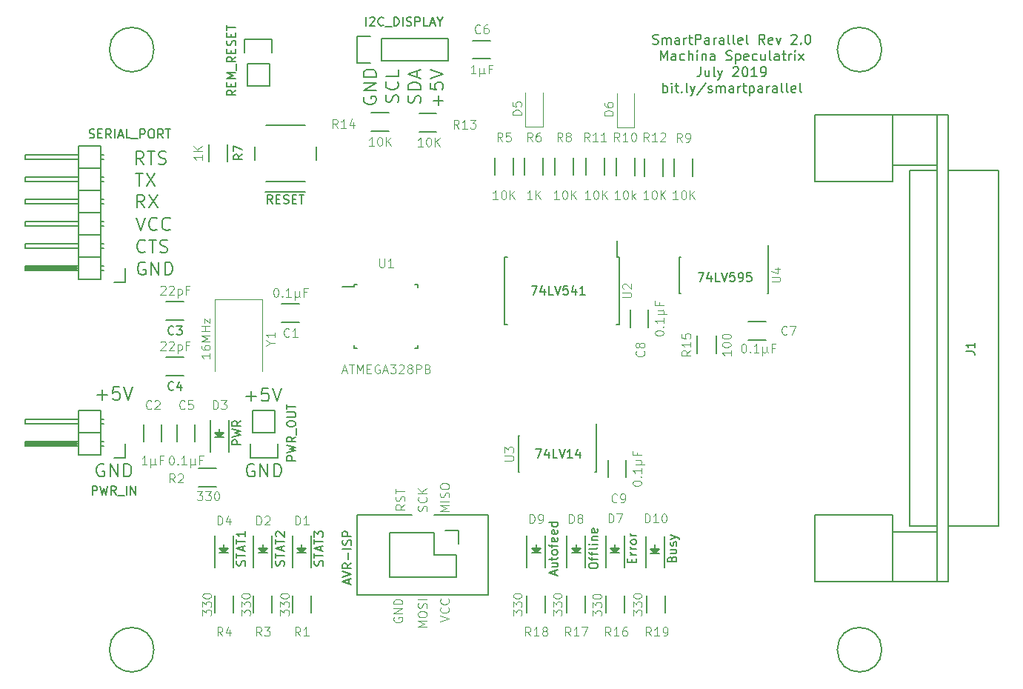
<source format=gbr>
G04 #@! TF.GenerationSoftware,KiCad,Pcbnew,(5.1.2-1)-1*
G04 #@! TF.CreationDate,2019-07-15T09:01:35+02:00*
G04 #@! TF.ProjectId,SmartParallel,536d6172-7450-4617-9261-6c6c656c2e6b,rev?*
G04 #@! TF.SameCoordinates,Original*
G04 #@! TF.FileFunction,Legend,Top*
G04 #@! TF.FilePolarity,Positive*
%FSLAX46Y46*%
G04 Gerber Fmt 4.6, Leading zero omitted, Abs format (unit mm)*
G04 Created by KiCad (PCBNEW (5.1.2-1)-1) date 2019-07-15 09:01:35*
%MOMM*%
%LPD*%
G04 APERTURE LIST*
%ADD10C,0.200000*%
%ADD11C,0.150000*%
%ADD12C,0.120000*%
%ADD13C,0.100000*%
G04 APERTURE END LIST*
D10*
X155714000Y-36007071D02*
X155642571Y-36149928D01*
X155642571Y-36364214D01*
X155714000Y-36578500D01*
X155856857Y-36721357D01*
X155999714Y-36792785D01*
X156285428Y-36864214D01*
X156499714Y-36864214D01*
X156785428Y-36792785D01*
X156928285Y-36721357D01*
X157071142Y-36578500D01*
X157142571Y-36364214D01*
X157142571Y-36221357D01*
X157071142Y-36007071D01*
X156999714Y-35935642D01*
X156499714Y-35935642D01*
X156499714Y-36221357D01*
X157142571Y-35292785D02*
X155642571Y-35292785D01*
X157142571Y-34435642D01*
X155642571Y-34435642D01*
X157142571Y-33721357D02*
X155642571Y-33721357D01*
X155642571Y-33364214D01*
X155714000Y-33149928D01*
X155856857Y-33007071D01*
X155999714Y-32935642D01*
X156285428Y-32864214D01*
X156499714Y-32864214D01*
X156785428Y-32935642D01*
X156928285Y-33007071D01*
X157071142Y-33149928D01*
X157142571Y-33364214D01*
X157142571Y-33721357D01*
X164191142Y-36983285D02*
X164191142Y-35840428D01*
X164762571Y-36411857D02*
X163619714Y-36411857D01*
X163262571Y-34411857D02*
X163262571Y-35126142D01*
X163976857Y-35197571D01*
X163905428Y-35126142D01*
X163834000Y-34983285D01*
X163834000Y-34626142D01*
X163905428Y-34483285D01*
X163976857Y-34411857D01*
X164119714Y-34340428D01*
X164476857Y-34340428D01*
X164619714Y-34411857D01*
X164691142Y-34483285D01*
X164762571Y-34626142D01*
X164762571Y-34983285D01*
X164691142Y-35126142D01*
X164619714Y-35197571D01*
X163262571Y-33911857D02*
X164762571Y-33411857D01*
X163262571Y-32911857D01*
X162151142Y-36697571D02*
X162222571Y-36483285D01*
X162222571Y-36126142D01*
X162151142Y-35983285D01*
X162079714Y-35911857D01*
X161936857Y-35840428D01*
X161794000Y-35840428D01*
X161651142Y-35911857D01*
X161579714Y-35983285D01*
X161508285Y-36126142D01*
X161436857Y-36411857D01*
X161365428Y-36554714D01*
X161294000Y-36626142D01*
X161151142Y-36697571D01*
X161008285Y-36697571D01*
X160865428Y-36626142D01*
X160794000Y-36554714D01*
X160722571Y-36411857D01*
X160722571Y-36054714D01*
X160794000Y-35840428D01*
X162222571Y-35197571D02*
X160722571Y-35197571D01*
X160722571Y-34840428D01*
X160794000Y-34626142D01*
X160936857Y-34483285D01*
X161079714Y-34411857D01*
X161365428Y-34340428D01*
X161579714Y-34340428D01*
X161865428Y-34411857D01*
X162008285Y-34483285D01*
X162151142Y-34626142D01*
X162222571Y-34840428D01*
X162222571Y-35197571D01*
X161794000Y-33769000D02*
X161794000Y-33054714D01*
X162222571Y-33911857D02*
X160722571Y-33411857D01*
X162222571Y-32911857D01*
X159611142Y-36626142D02*
X159682571Y-36411857D01*
X159682571Y-36054714D01*
X159611142Y-35911857D01*
X159539714Y-35840428D01*
X159396857Y-35769000D01*
X159254000Y-35769000D01*
X159111142Y-35840428D01*
X159039714Y-35911857D01*
X158968285Y-36054714D01*
X158896857Y-36340428D01*
X158825428Y-36483285D01*
X158754000Y-36554714D01*
X158611142Y-36626142D01*
X158468285Y-36626142D01*
X158325428Y-36554714D01*
X158254000Y-36483285D01*
X158182571Y-36340428D01*
X158182571Y-35983285D01*
X158254000Y-35769000D01*
X159539714Y-34269000D02*
X159611142Y-34340428D01*
X159682571Y-34554714D01*
X159682571Y-34697571D01*
X159611142Y-34911857D01*
X159468285Y-35054714D01*
X159325428Y-35126142D01*
X159039714Y-35197571D01*
X158825428Y-35197571D01*
X158539714Y-35126142D01*
X158396857Y-35054714D01*
X158254000Y-34911857D01*
X158182571Y-34697571D01*
X158182571Y-34554714D01*
X158254000Y-34340428D01*
X158325428Y-34269000D01*
X159682571Y-32911857D02*
X159682571Y-33626142D01*
X158182571Y-33626142D01*
X142216428Y-70211142D02*
X143359285Y-70211142D01*
X142787857Y-70782571D02*
X142787857Y-69639714D01*
X144787857Y-69282571D02*
X144073571Y-69282571D01*
X144002142Y-69996857D01*
X144073571Y-69925428D01*
X144216428Y-69854000D01*
X144573571Y-69854000D01*
X144716428Y-69925428D01*
X144787857Y-69996857D01*
X144859285Y-70139714D01*
X144859285Y-70496857D01*
X144787857Y-70639714D01*
X144716428Y-70711142D01*
X144573571Y-70782571D01*
X144216428Y-70782571D01*
X144073571Y-70711142D01*
X144002142Y-70639714D01*
X145287857Y-69282571D02*
X145787857Y-70782571D01*
X146287857Y-69282571D01*
X143129142Y-77990000D02*
X142986285Y-77918571D01*
X142772000Y-77918571D01*
X142557714Y-77990000D01*
X142414857Y-78132857D01*
X142343428Y-78275714D01*
X142272000Y-78561428D01*
X142272000Y-78775714D01*
X142343428Y-79061428D01*
X142414857Y-79204285D01*
X142557714Y-79347142D01*
X142772000Y-79418571D01*
X142914857Y-79418571D01*
X143129142Y-79347142D01*
X143200571Y-79275714D01*
X143200571Y-78775714D01*
X142914857Y-78775714D01*
X143843428Y-79418571D02*
X143843428Y-77918571D01*
X144700571Y-79418571D01*
X144700571Y-77918571D01*
X145414857Y-79418571D02*
X145414857Y-77918571D01*
X145772000Y-77918571D01*
X145986285Y-77990000D01*
X146129142Y-78132857D01*
X146200571Y-78275714D01*
X146272000Y-78561428D01*
X146272000Y-78775714D01*
X146200571Y-79061428D01*
X146129142Y-79204285D01*
X145986285Y-79347142D01*
X145772000Y-79418571D01*
X145414857Y-79418571D01*
X125198428Y-70084142D02*
X126341285Y-70084142D01*
X125769857Y-70655571D02*
X125769857Y-69512714D01*
X127769857Y-69155571D02*
X127055571Y-69155571D01*
X126984142Y-69869857D01*
X127055571Y-69798428D01*
X127198428Y-69727000D01*
X127555571Y-69727000D01*
X127698428Y-69798428D01*
X127769857Y-69869857D01*
X127841285Y-70012714D01*
X127841285Y-70369857D01*
X127769857Y-70512714D01*
X127698428Y-70584142D01*
X127555571Y-70655571D01*
X127198428Y-70655571D01*
X127055571Y-70584142D01*
X126984142Y-70512714D01*
X128269857Y-69155571D02*
X128769857Y-70655571D01*
X129269857Y-69155571D01*
X125984142Y-77990000D02*
X125841285Y-77918571D01*
X125627000Y-77918571D01*
X125412714Y-77990000D01*
X125269857Y-78132857D01*
X125198428Y-78275714D01*
X125127000Y-78561428D01*
X125127000Y-78775714D01*
X125198428Y-79061428D01*
X125269857Y-79204285D01*
X125412714Y-79347142D01*
X125627000Y-79418571D01*
X125769857Y-79418571D01*
X125984142Y-79347142D01*
X126055571Y-79275714D01*
X126055571Y-78775714D01*
X125769857Y-78775714D01*
X126698428Y-79418571D02*
X126698428Y-77918571D01*
X127555571Y-79418571D01*
X127555571Y-77918571D01*
X128269857Y-79418571D02*
X128269857Y-77918571D01*
X128627000Y-77918571D01*
X128841285Y-77990000D01*
X128984142Y-78132857D01*
X129055571Y-78275714D01*
X129127000Y-78561428D01*
X129127000Y-78775714D01*
X129055571Y-79061428D01*
X128984142Y-79204285D01*
X128841285Y-79347142D01*
X128627000Y-79418571D01*
X128269857Y-79418571D01*
X188729476Y-29928238D02*
X188886619Y-29980619D01*
X189148523Y-29980619D01*
X189253285Y-29928238D01*
X189305666Y-29875857D01*
X189358047Y-29771095D01*
X189358047Y-29666333D01*
X189305666Y-29561571D01*
X189253285Y-29509190D01*
X189148523Y-29456809D01*
X188939000Y-29404428D01*
X188834238Y-29352047D01*
X188781857Y-29299666D01*
X188729476Y-29194904D01*
X188729476Y-29090142D01*
X188781857Y-28985380D01*
X188834238Y-28933000D01*
X188939000Y-28880619D01*
X189200904Y-28880619D01*
X189358047Y-28933000D01*
X189829476Y-29980619D02*
X189829476Y-29247285D01*
X189829476Y-29352047D02*
X189881857Y-29299666D01*
X189986619Y-29247285D01*
X190143761Y-29247285D01*
X190248523Y-29299666D01*
X190300904Y-29404428D01*
X190300904Y-29980619D01*
X190300904Y-29404428D02*
X190353285Y-29299666D01*
X190458047Y-29247285D01*
X190615190Y-29247285D01*
X190719952Y-29299666D01*
X190772333Y-29404428D01*
X190772333Y-29980619D01*
X191767571Y-29980619D02*
X191767571Y-29404428D01*
X191715190Y-29299666D01*
X191610428Y-29247285D01*
X191400904Y-29247285D01*
X191296142Y-29299666D01*
X191767571Y-29928238D02*
X191662809Y-29980619D01*
X191400904Y-29980619D01*
X191296142Y-29928238D01*
X191243761Y-29823476D01*
X191243761Y-29718714D01*
X191296142Y-29613952D01*
X191400904Y-29561571D01*
X191662809Y-29561571D01*
X191767571Y-29509190D01*
X192291380Y-29980619D02*
X192291380Y-29247285D01*
X192291380Y-29456809D02*
X192343761Y-29352047D01*
X192396142Y-29299666D01*
X192500904Y-29247285D01*
X192605666Y-29247285D01*
X192815190Y-29247285D02*
X193234238Y-29247285D01*
X192972333Y-28880619D02*
X192972333Y-29823476D01*
X193024714Y-29928238D01*
X193129476Y-29980619D01*
X193234238Y-29980619D01*
X193600904Y-29980619D02*
X193600904Y-28880619D01*
X194019952Y-28880619D01*
X194124714Y-28933000D01*
X194177095Y-28985380D01*
X194229476Y-29090142D01*
X194229476Y-29247285D01*
X194177095Y-29352047D01*
X194124714Y-29404428D01*
X194019952Y-29456809D01*
X193600904Y-29456809D01*
X195172333Y-29980619D02*
X195172333Y-29404428D01*
X195119952Y-29299666D01*
X195015190Y-29247285D01*
X194805666Y-29247285D01*
X194700904Y-29299666D01*
X195172333Y-29928238D02*
X195067571Y-29980619D01*
X194805666Y-29980619D01*
X194700904Y-29928238D01*
X194648523Y-29823476D01*
X194648523Y-29718714D01*
X194700904Y-29613952D01*
X194805666Y-29561571D01*
X195067571Y-29561571D01*
X195172333Y-29509190D01*
X195696142Y-29980619D02*
X195696142Y-29247285D01*
X195696142Y-29456809D02*
X195748523Y-29352047D01*
X195800904Y-29299666D01*
X195905666Y-29247285D01*
X196010428Y-29247285D01*
X196848523Y-29980619D02*
X196848523Y-29404428D01*
X196796142Y-29299666D01*
X196691380Y-29247285D01*
X196481857Y-29247285D01*
X196377095Y-29299666D01*
X196848523Y-29928238D02*
X196743761Y-29980619D01*
X196481857Y-29980619D01*
X196377095Y-29928238D01*
X196324714Y-29823476D01*
X196324714Y-29718714D01*
X196377095Y-29613952D01*
X196481857Y-29561571D01*
X196743761Y-29561571D01*
X196848523Y-29509190D01*
X197529476Y-29980619D02*
X197424714Y-29928238D01*
X197372333Y-29823476D01*
X197372333Y-28880619D01*
X198105666Y-29980619D02*
X198000904Y-29928238D01*
X197948523Y-29823476D01*
X197948523Y-28880619D01*
X198943761Y-29928238D02*
X198839000Y-29980619D01*
X198629476Y-29980619D01*
X198524714Y-29928238D01*
X198472333Y-29823476D01*
X198472333Y-29404428D01*
X198524714Y-29299666D01*
X198629476Y-29247285D01*
X198839000Y-29247285D01*
X198943761Y-29299666D01*
X198996142Y-29404428D01*
X198996142Y-29509190D01*
X198472333Y-29613952D01*
X199624714Y-29980619D02*
X199519952Y-29928238D01*
X199467571Y-29823476D01*
X199467571Y-28880619D01*
X201510428Y-29980619D02*
X201143761Y-29456809D01*
X200881857Y-29980619D02*
X200881857Y-28880619D01*
X201300904Y-28880619D01*
X201405666Y-28933000D01*
X201458047Y-28985380D01*
X201510428Y-29090142D01*
X201510428Y-29247285D01*
X201458047Y-29352047D01*
X201405666Y-29404428D01*
X201300904Y-29456809D01*
X200881857Y-29456809D01*
X202400904Y-29928238D02*
X202296142Y-29980619D01*
X202086619Y-29980619D01*
X201981857Y-29928238D01*
X201929476Y-29823476D01*
X201929476Y-29404428D01*
X201981857Y-29299666D01*
X202086619Y-29247285D01*
X202296142Y-29247285D01*
X202400904Y-29299666D01*
X202453285Y-29404428D01*
X202453285Y-29509190D01*
X201929476Y-29613952D01*
X202819952Y-29247285D02*
X203081857Y-29980619D01*
X203343761Y-29247285D01*
X204548523Y-28985380D02*
X204600904Y-28933000D01*
X204705666Y-28880619D01*
X204967571Y-28880619D01*
X205072333Y-28933000D01*
X205124714Y-28985380D01*
X205177095Y-29090142D01*
X205177095Y-29194904D01*
X205124714Y-29352047D01*
X204496142Y-29980619D01*
X205177095Y-29980619D01*
X205648523Y-29875857D02*
X205700904Y-29928238D01*
X205648523Y-29980619D01*
X205596142Y-29928238D01*
X205648523Y-29875857D01*
X205648523Y-29980619D01*
X206381857Y-28880619D02*
X206486619Y-28880619D01*
X206591380Y-28933000D01*
X206643761Y-28985380D01*
X206696142Y-29090142D01*
X206748523Y-29299666D01*
X206748523Y-29561571D01*
X206696142Y-29771095D01*
X206643761Y-29875857D01*
X206591380Y-29928238D01*
X206486619Y-29980619D01*
X206381857Y-29980619D01*
X206277095Y-29928238D01*
X206224714Y-29875857D01*
X206172333Y-29771095D01*
X206119952Y-29561571D01*
X206119952Y-29299666D01*
X206172333Y-29090142D01*
X206224714Y-28985380D01*
X206277095Y-28933000D01*
X206381857Y-28880619D01*
X189619952Y-31830619D02*
X189619952Y-30730619D01*
X189986619Y-31516333D01*
X190353285Y-30730619D01*
X190353285Y-31830619D01*
X191348523Y-31830619D02*
X191348523Y-31254428D01*
X191296142Y-31149666D01*
X191191380Y-31097285D01*
X190981857Y-31097285D01*
X190877095Y-31149666D01*
X191348523Y-31778238D02*
X191243761Y-31830619D01*
X190981857Y-31830619D01*
X190877095Y-31778238D01*
X190824714Y-31673476D01*
X190824714Y-31568714D01*
X190877095Y-31463952D01*
X190981857Y-31411571D01*
X191243761Y-31411571D01*
X191348523Y-31359190D01*
X192343761Y-31778238D02*
X192239000Y-31830619D01*
X192029476Y-31830619D01*
X191924714Y-31778238D01*
X191872333Y-31725857D01*
X191819952Y-31621095D01*
X191819952Y-31306809D01*
X191872333Y-31202047D01*
X191924714Y-31149666D01*
X192029476Y-31097285D01*
X192239000Y-31097285D01*
X192343761Y-31149666D01*
X192815190Y-31830619D02*
X192815190Y-30730619D01*
X193286619Y-31830619D02*
X193286619Y-31254428D01*
X193234238Y-31149666D01*
X193129476Y-31097285D01*
X192972333Y-31097285D01*
X192867571Y-31149666D01*
X192815190Y-31202047D01*
X193810428Y-31830619D02*
X193810428Y-31097285D01*
X193810428Y-30730619D02*
X193758047Y-30783000D01*
X193810428Y-30835380D01*
X193862809Y-30783000D01*
X193810428Y-30730619D01*
X193810428Y-30835380D01*
X194334238Y-31097285D02*
X194334238Y-31830619D01*
X194334238Y-31202047D02*
X194386619Y-31149666D01*
X194491380Y-31097285D01*
X194648523Y-31097285D01*
X194753285Y-31149666D01*
X194805666Y-31254428D01*
X194805666Y-31830619D01*
X195800904Y-31830619D02*
X195800904Y-31254428D01*
X195748523Y-31149666D01*
X195643761Y-31097285D01*
X195434238Y-31097285D01*
X195329476Y-31149666D01*
X195800904Y-31778238D02*
X195696142Y-31830619D01*
X195434238Y-31830619D01*
X195329476Y-31778238D01*
X195277095Y-31673476D01*
X195277095Y-31568714D01*
X195329476Y-31463952D01*
X195434238Y-31411571D01*
X195696142Y-31411571D01*
X195800904Y-31359190D01*
X197110428Y-31778238D02*
X197267571Y-31830619D01*
X197529476Y-31830619D01*
X197634238Y-31778238D01*
X197686619Y-31725857D01*
X197739000Y-31621095D01*
X197739000Y-31516333D01*
X197686619Y-31411571D01*
X197634238Y-31359190D01*
X197529476Y-31306809D01*
X197319952Y-31254428D01*
X197215190Y-31202047D01*
X197162809Y-31149666D01*
X197110428Y-31044904D01*
X197110428Y-30940142D01*
X197162809Y-30835380D01*
X197215190Y-30783000D01*
X197319952Y-30730619D01*
X197581857Y-30730619D01*
X197739000Y-30783000D01*
X198210428Y-31097285D02*
X198210428Y-32197285D01*
X198210428Y-31149666D02*
X198315190Y-31097285D01*
X198524714Y-31097285D01*
X198629476Y-31149666D01*
X198681857Y-31202047D01*
X198734238Y-31306809D01*
X198734238Y-31621095D01*
X198681857Y-31725857D01*
X198629476Y-31778238D01*
X198524714Y-31830619D01*
X198315190Y-31830619D01*
X198210428Y-31778238D01*
X199624714Y-31778238D02*
X199519952Y-31830619D01*
X199310428Y-31830619D01*
X199205666Y-31778238D01*
X199153285Y-31673476D01*
X199153285Y-31254428D01*
X199205666Y-31149666D01*
X199310428Y-31097285D01*
X199519952Y-31097285D01*
X199624714Y-31149666D01*
X199677095Y-31254428D01*
X199677095Y-31359190D01*
X199153285Y-31463952D01*
X200619952Y-31778238D02*
X200515190Y-31830619D01*
X200305666Y-31830619D01*
X200200904Y-31778238D01*
X200148523Y-31725857D01*
X200096142Y-31621095D01*
X200096142Y-31306809D01*
X200148523Y-31202047D01*
X200200904Y-31149666D01*
X200305666Y-31097285D01*
X200515190Y-31097285D01*
X200619952Y-31149666D01*
X201562809Y-31097285D02*
X201562809Y-31830619D01*
X201091380Y-31097285D02*
X201091380Y-31673476D01*
X201143761Y-31778238D01*
X201248523Y-31830619D01*
X201405666Y-31830619D01*
X201510428Y-31778238D01*
X201562809Y-31725857D01*
X202243761Y-31830619D02*
X202139000Y-31778238D01*
X202086619Y-31673476D01*
X202086619Y-30730619D01*
X203134238Y-31830619D02*
X203134238Y-31254428D01*
X203081857Y-31149666D01*
X202977095Y-31097285D01*
X202767571Y-31097285D01*
X202662809Y-31149666D01*
X203134238Y-31778238D02*
X203029476Y-31830619D01*
X202767571Y-31830619D01*
X202662809Y-31778238D01*
X202610428Y-31673476D01*
X202610428Y-31568714D01*
X202662809Y-31463952D01*
X202767571Y-31411571D01*
X203029476Y-31411571D01*
X203134238Y-31359190D01*
X203500904Y-31097285D02*
X203919952Y-31097285D01*
X203658047Y-30730619D02*
X203658047Y-31673476D01*
X203710428Y-31778238D01*
X203815190Y-31830619D01*
X203919952Y-31830619D01*
X204286619Y-31830619D02*
X204286619Y-31097285D01*
X204286619Y-31306809D02*
X204339000Y-31202047D01*
X204391380Y-31149666D01*
X204496142Y-31097285D01*
X204600904Y-31097285D01*
X204967571Y-31830619D02*
X204967571Y-31097285D01*
X204967571Y-30730619D02*
X204915190Y-30783000D01*
X204967571Y-30835380D01*
X205019952Y-30783000D01*
X204967571Y-30730619D01*
X204967571Y-30835380D01*
X205386619Y-31830619D02*
X205962809Y-31097285D01*
X205386619Y-31097285D02*
X205962809Y-31830619D01*
X194177095Y-32580619D02*
X194177095Y-33366333D01*
X194124714Y-33523476D01*
X194019952Y-33628238D01*
X193862809Y-33680619D01*
X193758047Y-33680619D01*
X195172333Y-32947285D02*
X195172333Y-33680619D01*
X194700904Y-32947285D02*
X194700904Y-33523476D01*
X194753285Y-33628238D01*
X194858047Y-33680619D01*
X195015190Y-33680619D01*
X195119952Y-33628238D01*
X195172333Y-33575857D01*
X195853285Y-33680619D02*
X195748523Y-33628238D01*
X195696142Y-33523476D01*
X195696142Y-32580619D01*
X196167571Y-32947285D02*
X196429476Y-33680619D01*
X196691380Y-32947285D02*
X196429476Y-33680619D01*
X196324714Y-33942523D01*
X196272333Y-33994904D01*
X196167571Y-34047285D01*
X197896142Y-32685380D02*
X197948523Y-32633000D01*
X198053285Y-32580619D01*
X198315190Y-32580619D01*
X198419952Y-32633000D01*
X198472333Y-32685380D01*
X198524714Y-32790142D01*
X198524714Y-32894904D01*
X198472333Y-33052047D01*
X197843761Y-33680619D01*
X198524714Y-33680619D01*
X199205666Y-32580619D02*
X199310428Y-32580619D01*
X199415190Y-32633000D01*
X199467571Y-32685380D01*
X199519952Y-32790142D01*
X199572333Y-32999666D01*
X199572333Y-33261571D01*
X199519952Y-33471095D01*
X199467571Y-33575857D01*
X199415190Y-33628238D01*
X199310428Y-33680619D01*
X199205666Y-33680619D01*
X199100904Y-33628238D01*
X199048523Y-33575857D01*
X198996142Y-33471095D01*
X198943761Y-33261571D01*
X198943761Y-32999666D01*
X198996142Y-32790142D01*
X199048523Y-32685380D01*
X199100904Y-32633000D01*
X199205666Y-32580619D01*
X200619952Y-33680619D02*
X199991380Y-33680619D01*
X200305666Y-33680619D02*
X200305666Y-32580619D01*
X200200904Y-32737761D01*
X200096142Y-32842523D01*
X199991380Y-32894904D01*
X201143761Y-33680619D02*
X201353285Y-33680619D01*
X201458047Y-33628238D01*
X201510428Y-33575857D01*
X201615190Y-33418714D01*
X201667571Y-33209190D01*
X201667571Y-32790142D01*
X201615190Y-32685380D01*
X201562809Y-32633000D01*
X201458047Y-32580619D01*
X201248523Y-32580619D01*
X201143761Y-32633000D01*
X201091380Y-32685380D01*
X201039000Y-32790142D01*
X201039000Y-33052047D01*
X201091380Y-33156809D01*
X201143761Y-33209190D01*
X201248523Y-33261571D01*
X201458047Y-33261571D01*
X201562809Y-33209190D01*
X201615190Y-33156809D01*
X201667571Y-33052047D01*
X189881857Y-35530619D02*
X189881857Y-34430619D01*
X189881857Y-34849666D02*
X189986619Y-34797285D01*
X190196142Y-34797285D01*
X190300904Y-34849666D01*
X190353285Y-34902047D01*
X190405666Y-35006809D01*
X190405666Y-35321095D01*
X190353285Y-35425857D01*
X190300904Y-35478238D01*
X190196142Y-35530619D01*
X189986619Y-35530619D01*
X189881857Y-35478238D01*
X190877095Y-35530619D02*
X190877095Y-34797285D01*
X190877095Y-34430619D02*
X190824714Y-34483000D01*
X190877095Y-34535380D01*
X190929476Y-34483000D01*
X190877095Y-34430619D01*
X190877095Y-34535380D01*
X191243761Y-34797285D02*
X191662809Y-34797285D01*
X191400904Y-34430619D02*
X191400904Y-35373476D01*
X191453285Y-35478238D01*
X191558047Y-35530619D01*
X191662809Y-35530619D01*
X192029476Y-35425857D02*
X192081857Y-35478238D01*
X192029476Y-35530619D01*
X191977095Y-35478238D01*
X192029476Y-35425857D01*
X192029476Y-35530619D01*
X192710428Y-35530619D02*
X192605666Y-35478238D01*
X192553285Y-35373476D01*
X192553285Y-34430619D01*
X193024714Y-34797285D02*
X193286619Y-35530619D01*
X193548523Y-34797285D02*
X193286619Y-35530619D01*
X193181857Y-35792523D01*
X193129476Y-35844904D01*
X193024714Y-35897285D01*
X194753285Y-34378238D02*
X193810428Y-35792523D01*
X195067571Y-35478238D02*
X195172333Y-35530619D01*
X195381857Y-35530619D01*
X195486619Y-35478238D01*
X195539000Y-35373476D01*
X195539000Y-35321095D01*
X195486619Y-35216333D01*
X195381857Y-35163952D01*
X195224714Y-35163952D01*
X195119952Y-35111571D01*
X195067571Y-35006809D01*
X195067571Y-34954428D01*
X195119952Y-34849666D01*
X195224714Y-34797285D01*
X195381857Y-34797285D01*
X195486619Y-34849666D01*
X196010428Y-35530619D02*
X196010428Y-34797285D01*
X196010428Y-34902047D02*
X196062809Y-34849666D01*
X196167571Y-34797285D01*
X196324714Y-34797285D01*
X196429476Y-34849666D01*
X196481857Y-34954428D01*
X196481857Y-35530619D01*
X196481857Y-34954428D02*
X196534238Y-34849666D01*
X196639000Y-34797285D01*
X196796142Y-34797285D01*
X196900904Y-34849666D01*
X196953285Y-34954428D01*
X196953285Y-35530619D01*
X197948523Y-35530619D02*
X197948523Y-34954428D01*
X197896142Y-34849666D01*
X197791380Y-34797285D01*
X197581857Y-34797285D01*
X197477095Y-34849666D01*
X197948523Y-35478238D02*
X197843761Y-35530619D01*
X197581857Y-35530619D01*
X197477095Y-35478238D01*
X197424714Y-35373476D01*
X197424714Y-35268714D01*
X197477095Y-35163952D01*
X197581857Y-35111571D01*
X197843761Y-35111571D01*
X197948523Y-35059190D01*
X198472333Y-35530619D02*
X198472333Y-34797285D01*
X198472333Y-35006809D02*
X198524714Y-34902047D01*
X198577095Y-34849666D01*
X198681857Y-34797285D01*
X198786619Y-34797285D01*
X198996142Y-34797285D02*
X199415190Y-34797285D01*
X199153285Y-34430619D02*
X199153285Y-35373476D01*
X199205666Y-35478238D01*
X199310428Y-35530619D01*
X199415190Y-35530619D01*
X199781857Y-34797285D02*
X199781857Y-35897285D01*
X199781857Y-34849666D02*
X199886619Y-34797285D01*
X200096142Y-34797285D01*
X200200904Y-34849666D01*
X200253285Y-34902047D01*
X200305666Y-35006809D01*
X200305666Y-35321095D01*
X200253285Y-35425857D01*
X200200904Y-35478238D01*
X200096142Y-35530619D01*
X199886619Y-35530619D01*
X199781857Y-35478238D01*
X201248523Y-35530619D02*
X201248523Y-34954428D01*
X201196142Y-34849666D01*
X201091380Y-34797285D01*
X200881857Y-34797285D01*
X200777095Y-34849666D01*
X201248523Y-35478238D02*
X201143761Y-35530619D01*
X200881857Y-35530619D01*
X200777095Y-35478238D01*
X200724714Y-35373476D01*
X200724714Y-35268714D01*
X200777095Y-35163952D01*
X200881857Y-35111571D01*
X201143761Y-35111571D01*
X201248523Y-35059190D01*
X201772333Y-35530619D02*
X201772333Y-34797285D01*
X201772333Y-35006809D02*
X201824714Y-34902047D01*
X201877095Y-34849666D01*
X201981857Y-34797285D01*
X202086619Y-34797285D01*
X202924714Y-35530619D02*
X202924714Y-34954428D01*
X202872333Y-34849666D01*
X202767571Y-34797285D01*
X202558047Y-34797285D01*
X202453285Y-34849666D01*
X202924714Y-35478238D02*
X202819952Y-35530619D01*
X202558047Y-35530619D01*
X202453285Y-35478238D01*
X202400904Y-35373476D01*
X202400904Y-35268714D01*
X202453285Y-35163952D01*
X202558047Y-35111571D01*
X202819952Y-35111571D01*
X202924714Y-35059190D01*
X203605666Y-35530619D02*
X203500904Y-35478238D01*
X203448523Y-35373476D01*
X203448523Y-34430619D01*
X204181857Y-35530619D02*
X204077095Y-35478238D01*
X204024714Y-35373476D01*
X204024714Y-34430619D01*
X205019952Y-35478238D02*
X204915190Y-35530619D01*
X204705666Y-35530619D01*
X204600904Y-35478238D01*
X204548523Y-35373476D01*
X204548523Y-34954428D01*
X204600904Y-34849666D01*
X204705666Y-34797285D01*
X204915190Y-34797285D01*
X205019952Y-34849666D01*
X205072333Y-34954428D01*
X205072333Y-35059190D01*
X204548523Y-35163952D01*
X205700904Y-35530619D02*
X205596142Y-35478238D01*
X205543761Y-35373476D01*
X205543761Y-34430619D01*
X130685857Y-54939500D02*
X130543000Y-54868071D01*
X130328714Y-54868071D01*
X130114428Y-54939500D01*
X129971571Y-55082357D01*
X129900142Y-55225214D01*
X129828714Y-55510928D01*
X129828714Y-55725214D01*
X129900142Y-56010928D01*
X129971571Y-56153785D01*
X130114428Y-56296642D01*
X130328714Y-56368071D01*
X130471571Y-56368071D01*
X130685857Y-56296642D01*
X130757285Y-56225214D01*
X130757285Y-55725214D01*
X130471571Y-55725214D01*
X131400142Y-56368071D02*
X131400142Y-54868071D01*
X132257285Y-56368071D01*
X132257285Y-54868071D01*
X132971571Y-56368071D02*
X132971571Y-54868071D01*
X133328714Y-54868071D01*
X133543000Y-54939500D01*
X133685857Y-55082357D01*
X133757285Y-55225214D01*
X133828714Y-55510928D01*
X133828714Y-55725214D01*
X133757285Y-56010928D01*
X133685857Y-56153785D01*
X133543000Y-56296642D01*
X133328714Y-56368071D01*
X132971571Y-56368071D01*
X130693785Y-53685214D02*
X130622357Y-53756642D01*
X130408071Y-53828071D01*
X130265214Y-53828071D01*
X130050928Y-53756642D01*
X129908071Y-53613785D01*
X129836642Y-53470928D01*
X129765214Y-53185214D01*
X129765214Y-52970928D01*
X129836642Y-52685214D01*
X129908071Y-52542357D01*
X130050928Y-52399500D01*
X130265214Y-52328071D01*
X130408071Y-52328071D01*
X130622357Y-52399500D01*
X130693785Y-52470928D01*
X131122357Y-52328071D02*
X131979500Y-52328071D01*
X131550928Y-53828071D02*
X131550928Y-52328071D01*
X132408071Y-53756642D02*
X132622357Y-53828071D01*
X132979500Y-53828071D01*
X133122357Y-53756642D01*
X133193785Y-53685214D01*
X133265214Y-53542357D01*
X133265214Y-53399500D01*
X133193785Y-53256642D01*
X133122357Y-53185214D01*
X132979500Y-53113785D01*
X132693785Y-53042357D01*
X132550928Y-52970928D01*
X132479500Y-52899500D01*
X132408071Y-52756642D01*
X132408071Y-52613785D01*
X132479500Y-52470928D01*
X132550928Y-52399500D01*
X132693785Y-52328071D01*
X133050928Y-52328071D01*
X133265214Y-52399500D01*
X129685857Y-49788071D02*
X130185857Y-51288071D01*
X130685857Y-49788071D01*
X132043000Y-51145214D02*
X131971571Y-51216642D01*
X131757285Y-51288071D01*
X131614428Y-51288071D01*
X131400142Y-51216642D01*
X131257285Y-51073785D01*
X131185857Y-50930928D01*
X131114428Y-50645214D01*
X131114428Y-50430928D01*
X131185857Y-50145214D01*
X131257285Y-50002357D01*
X131400142Y-49859500D01*
X131614428Y-49788071D01*
X131757285Y-49788071D01*
X131971571Y-49859500D01*
X132043000Y-49930928D01*
X133543000Y-51145214D02*
X133471571Y-51216642D01*
X133257285Y-51288071D01*
X133114428Y-51288071D01*
X132900142Y-51216642D01*
X132757285Y-51073785D01*
X132685857Y-50930928D01*
X132614428Y-50645214D01*
X132614428Y-50430928D01*
X132685857Y-50145214D01*
X132757285Y-50002357D01*
X132900142Y-49859500D01*
X133114428Y-49788071D01*
X133257285Y-49788071D01*
X133471571Y-49859500D01*
X133543000Y-49930928D01*
X130630285Y-48684571D02*
X130130285Y-47970285D01*
X129773142Y-48684571D02*
X129773142Y-47184571D01*
X130344571Y-47184571D01*
X130487428Y-47256000D01*
X130558857Y-47327428D01*
X130630285Y-47470285D01*
X130630285Y-47684571D01*
X130558857Y-47827428D01*
X130487428Y-47898857D01*
X130344571Y-47970285D01*
X129773142Y-47970285D01*
X131130285Y-47184571D02*
X132130285Y-48684571D01*
X132130285Y-47184571D02*
X131130285Y-48684571D01*
X129622357Y-44708071D02*
X130479500Y-44708071D01*
X130050928Y-46208071D02*
X130050928Y-44708071D01*
X130836642Y-44708071D02*
X131836642Y-46208071D01*
X131836642Y-44708071D02*
X130836642Y-46208071D01*
X130503285Y-43731571D02*
X130003285Y-43017285D01*
X129646142Y-43731571D02*
X129646142Y-42231571D01*
X130217571Y-42231571D01*
X130360428Y-42303000D01*
X130431857Y-42374428D01*
X130503285Y-42517285D01*
X130503285Y-42731571D01*
X130431857Y-42874428D01*
X130360428Y-42945857D01*
X130217571Y-43017285D01*
X129646142Y-43017285D01*
X130931857Y-42231571D02*
X131789000Y-42231571D01*
X131360428Y-43731571D02*
X131360428Y-42231571D01*
X132217571Y-43660142D02*
X132431857Y-43731571D01*
X132789000Y-43731571D01*
X132931857Y-43660142D01*
X133003285Y-43588714D01*
X133074714Y-43445857D01*
X133074714Y-43303000D01*
X133003285Y-43160142D01*
X132931857Y-43088714D01*
X132789000Y-43017285D01*
X132503285Y-42945857D01*
X132360428Y-42874428D01*
X132289000Y-42803000D01*
X132217571Y-42660142D01*
X132217571Y-42517285D01*
X132289000Y-42374428D01*
X132360428Y-42303000D01*
X132503285Y-42231571D01*
X132860428Y-42231571D01*
X133074714Y-42303000D01*
D11*
X142367000Y-34798000D02*
X144907000Y-34798000D01*
X142367000Y-32258000D02*
X142367000Y-34798000D01*
X142087000Y-29438000D02*
X145187000Y-29438000D01*
X142087000Y-30988000D02*
X142087000Y-29438000D01*
X144907000Y-32258000D02*
X142367000Y-32258000D01*
X145187000Y-29438000D02*
X145187000Y-30988000D01*
X144907000Y-32258000D02*
X144907000Y-34798000D01*
X154617000Y-57687000D02*
X153192000Y-57687000D01*
X161867000Y-57462000D02*
X161542000Y-57462000D01*
X161867000Y-64712000D02*
X161542000Y-64712000D01*
X154617000Y-64712000D02*
X154942000Y-64712000D01*
X154617000Y-57462000D02*
X154942000Y-57462000D01*
X154617000Y-64712000D02*
X154617000Y-64387000D01*
X161867000Y-64712000D02*
X161867000Y-64387000D01*
X161867000Y-57462000D02*
X161867000Y-57787000D01*
X154617000Y-57462000D02*
X154617000Y-57687000D01*
X164004500Y-40000500D02*
X162004500Y-40000500D01*
X162004500Y-37850500D02*
X164004500Y-37850500D01*
X214884000Y-99187000D02*
G75*
G03X214884000Y-99187000I-2540000J0D01*
G01*
X131699000Y-99187000D02*
G75*
G03X131699000Y-99187000I-2540000J0D01*
G01*
X131699000Y-30607000D02*
G75*
G03X131699000Y-30607000I-2540000J0D01*
G01*
X214884000Y-30607000D02*
G75*
G03X214884000Y-30607000I-2540000J0D01*
G01*
X125603000Y-76962000D02*
X125603000Y-74422000D01*
X125603000Y-74422000D02*
X123063000Y-74422000D01*
X123063000Y-75946000D02*
X116967000Y-75946000D01*
X116967000Y-75946000D02*
X116967000Y-75438000D01*
X116967000Y-75438000D02*
X123063000Y-75438000D01*
X123063000Y-74422000D02*
X123063000Y-76962000D01*
X123063000Y-71882000D02*
X123063000Y-74422000D01*
X116967000Y-72898000D02*
X123063000Y-72898000D01*
X116967000Y-73406000D02*
X116967000Y-72898000D01*
X123063000Y-73406000D02*
X116967000Y-73406000D01*
X125603000Y-71882000D02*
X123063000Y-71882000D01*
X125603000Y-74422000D02*
X125603000Y-71882000D01*
X125603000Y-74422000D02*
X123063000Y-74422000D01*
X125603000Y-76962000D02*
X123063000Y-76962000D01*
X125603000Y-72898000D02*
X125984000Y-72898000D01*
X125603000Y-73406000D02*
X125984000Y-73406000D01*
X125603000Y-75438000D02*
X125984000Y-75438000D01*
X125603000Y-75946000D02*
X125984000Y-75946000D01*
X122936000Y-75692000D02*
X117094000Y-75692000D01*
X122936000Y-75565000D02*
X122936000Y-75692000D01*
X117094000Y-75565000D02*
X122936000Y-75565000D01*
X117094000Y-75819000D02*
X117094000Y-75565000D01*
X122936000Y-75819000D02*
X117094000Y-75819000D01*
X127127000Y-77242000D02*
X128427000Y-77242000D01*
X128427000Y-77242000D02*
X128427000Y-75692000D01*
X125603000Y-51816000D02*
X123063000Y-51816000D01*
X125603000Y-51816000D02*
X125603000Y-49276000D01*
X125603000Y-49276000D02*
X123063000Y-49276000D01*
X123063000Y-50800000D02*
X116967000Y-50800000D01*
X116967000Y-50800000D02*
X116967000Y-50292000D01*
X116967000Y-50292000D02*
X123063000Y-50292000D01*
X123063000Y-49276000D02*
X123063000Y-51816000D01*
X123063000Y-46736000D02*
X123063000Y-49276000D01*
X116967000Y-47752000D02*
X123063000Y-47752000D01*
X116967000Y-48260000D02*
X116967000Y-47752000D01*
X123063000Y-48260000D02*
X116967000Y-48260000D01*
X125603000Y-46736000D02*
X123063000Y-46736000D01*
X125603000Y-49276000D02*
X125603000Y-46736000D01*
X125603000Y-49276000D02*
X123063000Y-49276000D01*
X125603000Y-44196000D02*
X123063000Y-44196000D01*
X125603000Y-44196000D02*
X125603000Y-41656000D01*
X125603000Y-41656000D02*
X123063000Y-41656000D01*
X123063000Y-43180000D02*
X116967000Y-43180000D01*
X116967000Y-43180000D02*
X116967000Y-42672000D01*
X116967000Y-42672000D02*
X123063000Y-42672000D01*
X123063000Y-41656000D02*
X123063000Y-44196000D01*
X123063000Y-44196000D02*
X123063000Y-46736000D01*
X116967000Y-45212000D02*
X123063000Y-45212000D01*
X116967000Y-45720000D02*
X116967000Y-45212000D01*
X123063000Y-45720000D02*
X116967000Y-45720000D01*
X125603000Y-44196000D02*
X123063000Y-44196000D01*
X125603000Y-46736000D02*
X125603000Y-44196000D01*
X125603000Y-46736000D02*
X123063000Y-46736000D01*
X125603000Y-56896000D02*
X125603000Y-54356000D01*
X125603000Y-54356000D02*
X123063000Y-54356000D01*
X123063000Y-55880000D02*
X116967000Y-55880000D01*
X116967000Y-55880000D02*
X116967000Y-55372000D01*
X116967000Y-55372000D02*
X123063000Y-55372000D01*
X123063000Y-54356000D02*
X123063000Y-56896000D01*
X123063000Y-51816000D02*
X123063000Y-54356000D01*
X116967000Y-52832000D02*
X123063000Y-52832000D01*
X116967000Y-53340000D02*
X116967000Y-52832000D01*
X123063000Y-53340000D02*
X116967000Y-53340000D01*
X125603000Y-51816000D02*
X123063000Y-51816000D01*
X125603000Y-54356000D02*
X125603000Y-51816000D01*
X125603000Y-54356000D02*
X123063000Y-54356000D01*
X125603000Y-56896000D02*
X123063000Y-56896000D01*
X125603000Y-48260000D02*
X125984000Y-48260000D01*
X125603000Y-47752000D02*
X125984000Y-47752000D01*
X125603000Y-45720000D02*
X125984000Y-45720000D01*
X125603000Y-45212000D02*
X125984000Y-45212000D01*
X125603000Y-43180000D02*
X125984000Y-43180000D01*
X125603000Y-42672000D02*
X125984000Y-42672000D01*
X125603000Y-50292000D02*
X125984000Y-50292000D01*
X125603000Y-50800000D02*
X125984000Y-50800000D01*
X125603000Y-52832000D02*
X125984000Y-52832000D01*
X125603000Y-53340000D02*
X125984000Y-53340000D01*
X125603000Y-55372000D02*
X125984000Y-55372000D01*
X125603000Y-55880000D02*
X125984000Y-55880000D01*
X122936000Y-55626000D02*
X117094000Y-55626000D01*
X122936000Y-55499000D02*
X122936000Y-55626000D01*
X117094000Y-55499000D02*
X122936000Y-55499000D01*
X117094000Y-55753000D02*
X117094000Y-55499000D01*
X122936000Y-55753000D02*
X117094000Y-55753000D01*
X127127000Y-57176000D02*
X128427000Y-57176000D01*
X128427000Y-57176000D02*
X128427000Y-55626000D01*
D12*
X138651000Y-59177000D02*
X138651000Y-67327000D01*
X144051000Y-59177000D02*
X138651000Y-59177000D01*
X144051000Y-67327000D02*
X144051000Y-59177000D01*
D11*
X201900000Y-54313000D02*
X201900000Y-52938000D01*
X191775000Y-54313000D02*
X191775000Y-58463000D01*
X201925000Y-54313000D02*
X201925000Y-58463000D01*
X191775000Y-54313000D02*
X191880000Y-54313000D01*
X191775000Y-58463000D02*
X191880000Y-58463000D01*
X201925000Y-58463000D02*
X201820000Y-58463000D01*
X201925000Y-54313000D02*
X201900000Y-54313000D01*
X182225000Y-74760000D02*
X182225000Y-73385000D01*
X173350000Y-74760000D02*
X173350000Y-78910000D01*
X182250000Y-74760000D02*
X182250000Y-78910000D01*
X173350000Y-74760000D02*
X173465000Y-74760000D01*
X173350000Y-78910000D02*
X173465000Y-78910000D01*
X182250000Y-78910000D02*
X182135000Y-78910000D01*
X182250000Y-74760000D02*
X182225000Y-74760000D01*
X184633000Y-54291000D02*
X184633000Y-52491000D01*
X171733000Y-54291000D02*
X171733000Y-62041000D01*
X184883000Y-54291000D02*
X184883000Y-62041000D01*
X171733000Y-54291000D02*
X172068000Y-54291000D01*
X171733000Y-62041000D02*
X172068000Y-62041000D01*
X184883000Y-62041000D02*
X184548000Y-62041000D01*
X184883000Y-54291000D02*
X184633000Y-54291000D01*
X143237000Y-41704000D02*
X143237000Y-43204000D01*
X144487000Y-45704000D02*
X148987000Y-45704000D01*
X150237000Y-43204000D02*
X150237000Y-41704000D01*
X148987000Y-39204000D02*
X144487000Y-39204000D01*
X190178000Y-92980000D02*
X190178000Y-94980000D01*
X188028000Y-94980000D02*
X188028000Y-92980000D01*
X176462000Y-92980000D02*
X176462000Y-94980000D01*
X174312000Y-94980000D02*
X174312000Y-92980000D01*
X181034000Y-92980000D02*
X181034000Y-94980000D01*
X178884000Y-94980000D02*
X178884000Y-92980000D01*
X185479000Y-92980000D02*
X185479000Y-94980000D01*
X183329000Y-94980000D02*
X183329000Y-92980000D01*
X193806500Y-65325500D02*
X193806500Y-63325500D01*
X195956500Y-63325500D02*
X195956500Y-65325500D01*
X156543500Y-37787000D02*
X158543500Y-37787000D01*
X158543500Y-39937000D02*
X156543500Y-39937000D01*
X189924000Y-43069000D02*
X189924000Y-45069000D01*
X187774000Y-45069000D02*
X187774000Y-43069000D01*
X183193000Y-42942000D02*
X183193000Y-44942000D01*
X181043000Y-44942000D02*
X181043000Y-42942000D01*
X186685500Y-43005500D02*
X186685500Y-45005500D01*
X184535500Y-45005500D02*
X184535500Y-43005500D01*
X191139500Y-45069000D02*
X191139500Y-43069000D01*
X193289500Y-43069000D02*
X193289500Y-45069000D01*
X179637000Y-42942000D02*
X179637000Y-44942000D01*
X177487000Y-44942000D02*
X177487000Y-42942000D01*
X140140000Y-41418000D02*
X140140000Y-43418000D01*
X137990000Y-43418000D02*
X137990000Y-41418000D01*
X176208000Y-42942000D02*
X176208000Y-44942000D01*
X174058000Y-44942000D02*
X174058000Y-42942000D01*
X172779000Y-42942000D02*
X172779000Y-44942000D01*
X170629000Y-44942000D02*
X170629000Y-42942000D01*
X140775000Y-92980000D02*
X140775000Y-94980000D01*
X138625000Y-94980000D02*
X138625000Y-92980000D01*
X145220000Y-92980000D02*
X145220000Y-94980000D01*
X143070000Y-94980000D02*
X143070000Y-92980000D01*
X138795000Y-80577000D02*
X136795000Y-80577000D01*
X136795000Y-78427000D02*
X138795000Y-78427000D01*
X149665000Y-92980000D02*
X149665000Y-94980000D01*
X147515000Y-94980000D02*
X147515000Y-92980000D01*
X154914000Y-32157000D02*
X154914000Y-29057000D01*
X156464000Y-32157000D02*
X154914000Y-32157000D01*
X157734000Y-29337000D02*
X157734000Y-31877000D01*
X165354000Y-31877000D02*
X165354000Y-29337000D01*
X154914000Y-29057000D02*
X156464000Y-29057000D01*
X157734000Y-29337000D02*
X165354000Y-29337000D01*
X157734000Y-31877000D02*
X165354000Y-31877000D01*
X145542000Y-71882000D02*
X143002000Y-71882000D01*
X145542000Y-74422000D02*
X145542000Y-71882000D01*
X145822000Y-77242000D02*
X142722000Y-77242000D01*
X145822000Y-75692000D02*
X145822000Y-77242000D01*
X143002000Y-74422000D02*
X145542000Y-74422000D01*
X142722000Y-77242000D02*
X142722000Y-75692000D01*
X143002000Y-74422000D02*
X143002000Y-71882000D01*
X207264000Y-38100000D02*
X207264000Y-45720000D01*
X228219000Y-44450000D02*
X228219000Y-85090000D01*
X218059000Y-44450000D02*
X218059000Y-85090000D01*
X207264000Y-83820000D02*
X207264000Y-91440000D01*
X221234000Y-38100000D02*
X221234000Y-91440000D01*
X222504000Y-38100000D02*
X221234000Y-38100000D01*
X222504000Y-91440000D02*
X222504000Y-38100000D01*
X221234000Y-91440000D02*
X222504000Y-91440000D01*
X228219000Y-44450000D02*
X222504000Y-44450000D01*
X228219000Y-85090000D02*
X222504000Y-85090000D01*
X218059000Y-44450000D02*
X221234000Y-44450000D01*
X218059000Y-85090000D02*
X221234000Y-85090000D01*
X216154000Y-38100000D02*
X216154000Y-45720000D01*
X216154000Y-91440000D02*
X216154000Y-83820000D01*
X207264000Y-38100000D02*
X221234000Y-38100000D01*
X216154000Y-45720000D02*
X207264000Y-45720000D01*
X221234000Y-43815000D02*
X216154000Y-43815000D01*
X221234000Y-85725000D02*
X216154000Y-85725000D01*
X216154000Y-83820000D02*
X207264000Y-83820000D01*
X221234000Y-91440000D02*
X207264000Y-91440000D01*
X189476000Y-87652860D02*
X188976000Y-88152860D01*
X188476000Y-87652860D02*
X189476000Y-87652860D01*
X188976000Y-88152860D02*
X188476000Y-87652860D01*
X188976000Y-87652860D02*
X188976000Y-87152860D01*
X188476000Y-88152860D02*
X189476000Y-88152860D01*
X189026000Y-87852860D02*
X188976000Y-87902860D01*
X188776000Y-87852860D02*
X189026000Y-87852860D01*
X188976000Y-88052860D02*
X188776000Y-87852860D01*
X189276000Y-87752860D02*
X188976000Y-88052860D01*
X188676000Y-87752860D02*
X189276000Y-87752860D01*
X187926000Y-89802860D02*
X187926000Y-86202860D01*
X190026000Y-89802860D02*
X190026000Y-86202860D01*
X175887000Y-87630000D02*
X175387000Y-88130000D01*
X174887000Y-87630000D02*
X175887000Y-87630000D01*
X175387000Y-88130000D02*
X174887000Y-87630000D01*
X175387000Y-87630000D02*
X175387000Y-87130000D01*
X174887000Y-88130000D02*
X175887000Y-88130000D01*
X175437000Y-87830000D02*
X175387000Y-87880000D01*
X175187000Y-87830000D02*
X175437000Y-87830000D01*
X175387000Y-88030000D02*
X175187000Y-87830000D01*
X175687000Y-87730000D02*
X175387000Y-88030000D01*
X175087000Y-87730000D02*
X175687000Y-87730000D01*
X174337000Y-89780000D02*
X174337000Y-86180000D01*
X176437000Y-89780000D02*
X176437000Y-86180000D01*
X180459000Y-87630000D02*
X179959000Y-88130000D01*
X179459000Y-87630000D02*
X180459000Y-87630000D01*
X179959000Y-88130000D02*
X179459000Y-87630000D01*
X179959000Y-87630000D02*
X179959000Y-87130000D01*
X179459000Y-88130000D02*
X180459000Y-88130000D01*
X180009000Y-87830000D02*
X179959000Y-87880000D01*
X179759000Y-87830000D02*
X180009000Y-87830000D01*
X179959000Y-88030000D02*
X179759000Y-87830000D01*
X180259000Y-87730000D02*
X179959000Y-88030000D01*
X179659000Y-87730000D02*
X180259000Y-87730000D01*
X178909000Y-89780000D02*
X178909000Y-86180000D01*
X181009000Y-89780000D02*
X181009000Y-86180000D01*
X184904000Y-87630000D02*
X184404000Y-88130000D01*
X183904000Y-87630000D02*
X184904000Y-87630000D01*
X184404000Y-88130000D02*
X183904000Y-87630000D01*
X184404000Y-87630000D02*
X184404000Y-87130000D01*
X183904000Y-88130000D02*
X184904000Y-88130000D01*
X184454000Y-87830000D02*
X184404000Y-87880000D01*
X184204000Y-87830000D02*
X184454000Y-87830000D01*
X184404000Y-88030000D02*
X184204000Y-87830000D01*
X184704000Y-87730000D02*
X184404000Y-88030000D01*
X184104000Y-87730000D02*
X184704000Y-87730000D01*
X183354000Y-89780000D02*
X183354000Y-86180000D01*
X185454000Y-89780000D02*
X185454000Y-86180000D01*
D12*
X184610500Y-39474500D02*
X184610500Y-35624500D01*
X186610500Y-39474500D02*
X186610500Y-35624500D01*
X184610500Y-39474500D02*
X186610500Y-39474500D01*
X174133000Y-39411000D02*
X174133000Y-35561000D01*
X176133000Y-39411000D02*
X176133000Y-35561000D01*
X174133000Y-39411000D02*
X176133000Y-39411000D01*
D11*
X140200000Y-87630000D02*
X139700000Y-88130000D01*
X139200000Y-87630000D02*
X140200000Y-87630000D01*
X139700000Y-88130000D02*
X139200000Y-87630000D01*
X139700000Y-87630000D02*
X139700000Y-87130000D01*
X139200000Y-88130000D02*
X140200000Y-88130000D01*
X139750000Y-87830000D02*
X139700000Y-87880000D01*
X139500000Y-87830000D02*
X139750000Y-87830000D01*
X139700000Y-88030000D02*
X139500000Y-87830000D01*
X140000000Y-87730000D02*
X139700000Y-88030000D01*
X139400000Y-87730000D02*
X140000000Y-87730000D01*
X138650000Y-89780000D02*
X138650000Y-86180000D01*
X140750000Y-89780000D02*
X140750000Y-86180000D01*
X139692000Y-74422000D02*
X139192000Y-74922000D01*
X138692000Y-74422000D02*
X139692000Y-74422000D01*
X139192000Y-74922000D02*
X138692000Y-74422000D01*
X139192000Y-74422000D02*
X139192000Y-73922000D01*
X138692000Y-74922000D02*
X139692000Y-74922000D01*
X139242000Y-74622000D02*
X139192000Y-74672000D01*
X138992000Y-74622000D02*
X139242000Y-74622000D01*
X139192000Y-74822000D02*
X138992000Y-74622000D01*
X139492000Y-74522000D02*
X139192000Y-74822000D01*
X138892000Y-74522000D02*
X139492000Y-74522000D01*
X138142000Y-76572000D02*
X138142000Y-72972000D01*
X140242000Y-76572000D02*
X140242000Y-72972000D01*
X144645000Y-87630000D02*
X144145000Y-88130000D01*
X143645000Y-87630000D02*
X144645000Y-87630000D01*
X144145000Y-88130000D02*
X143645000Y-87630000D01*
X144145000Y-87630000D02*
X144145000Y-87130000D01*
X143645000Y-88130000D02*
X144645000Y-88130000D01*
X144195000Y-87830000D02*
X144145000Y-87880000D01*
X143945000Y-87830000D02*
X144195000Y-87830000D01*
X144145000Y-88030000D02*
X143945000Y-87830000D01*
X144445000Y-87730000D02*
X144145000Y-88030000D01*
X143845000Y-87730000D02*
X144445000Y-87730000D01*
X143095000Y-89780000D02*
X143095000Y-86180000D01*
X145195000Y-89780000D02*
X145195000Y-86180000D01*
X149090000Y-87630000D02*
X148590000Y-88130000D01*
X148090000Y-87630000D02*
X149090000Y-87630000D01*
X148590000Y-88130000D02*
X148090000Y-87630000D01*
X148590000Y-87630000D02*
X148590000Y-87130000D01*
X148090000Y-88130000D02*
X149090000Y-88130000D01*
X148640000Y-87830000D02*
X148590000Y-87880000D01*
X148390000Y-87830000D02*
X148640000Y-87830000D01*
X148590000Y-88030000D02*
X148390000Y-87830000D01*
X148890000Y-87730000D02*
X148590000Y-88030000D01*
X148290000Y-87730000D02*
X148890000Y-87730000D01*
X147540000Y-89780000D02*
X147540000Y-86180000D01*
X149640000Y-89780000D02*
X149640000Y-86180000D01*
X163703000Y-90932000D02*
X166243000Y-90932000D01*
X166243000Y-90932000D02*
X166243000Y-88392000D01*
X166523000Y-85572000D02*
X164973000Y-85572000D01*
X158623000Y-90932000D02*
X163703000Y-90932000D01*
X158623000Y-85852000D02*
X158623000Y-90932000D01*
X163703000Y-88392000D02*
X163703000Y-85852000D01*
X166243000Y-88392000D02*
X163703000Y-88392000D01*
X166523000Y-85572000D02*
X166523000Y-87122000D01*
X163703000Y-85852000D02*
X158623000Y-85852000D01*
X163703000Y-83820000D02*
X169926000Y-83820000D01*
X169926000Y-83820000D02*
X169926000Y-92964000D01*
X169926000Y-92964000D02*
X154940000Y-92964000D01*
X154940000Y-92964000D02*
X154940000Y-83820000D01*
X154940000Y-83820000D02*
X161163000Y-83820000D01*
X185683000Y-79486000D02*
X185683000Y-77486000D01*
X183633000Y-77486000D02*
X183633000Y-79486000D01*
X188223000Y-62341000D02*
X188223000Y-60341000D01*
X186173000Y-60341000D02*
X186173000Y-62341000D01*
X201660000Y-61713000D02*
X199660000Y-61713000D01*
X199660000Y-63763000D02*
X201660000Y-63763000D01*
X168164000Y-31632000D02*
X170164000Y-31632000D01*
X170164000Y-29582000D02*
X168164000Y-29582000D01*
X134357000Y-73422000D02*
X134357000Y-75422000D01*
X136407000Y-75422000D02*
X136407000Y-73422000D01*
X135112000Y-65777000D02*
X133112000Y-65777000D01*
X133112000Y-67827000D02*
X135112000Y-67827000D01*
X135112000Y-59427000D02*
X133112000Y-59427000D01*
X133112000Y-61477000D02*
X135112000Y-61477000D01*
X130547000Y-73422000D02*
X130547000Y-75422000D01*
X132597000Y-75422000D02*
X132597000Y-73422000D01*
X148320000Y-59681000D02*
X146320000Y-59681000D01*
X146320000Y-61731000D02*
X148320000Y-61731000D01*
X141041380Y-35234142D02*
X140565190Y-35567476D01*
X141041380Y-35805571D02*
X140041380Y-35805571D01*
X140041380Y-35424619D01*
X140089000Y-35329380D01*
X140136619Y-35281761D01*
X140231857Y-35234142D01*
X140374714Y-35234142D01*
X140469952Y-35281761D01*
X140517571Y-35329380D01*
X140565190Y-35424619D01*
X140565190Y-35805571D01*
X140517571Y-34805571D02*
X140517571Y-34472238D01*
X141041380Y-34329380D02*
X141041380Y-34805571D01*
X140041380Y-34805571D01*
X140041380Y-34329380D01*
X141041380Y-33900809D02*
X140041380Y-33900809D01*
X140755666Y-33567476D01*
X140041380Y-33234142D01*
X141041380Y-33234142D01*
X141136619Y-32996047D02*
X141136619Y-32234142D01*
X141041380Y-31424619D02*
X140565190Y-31757952D01*
X141041380Y-31996047D02*
X140041380Y-31996047D01*
X140041380Y-31615095D01*
X140089000Y-31519857D01*
X140136619Y-31472238D01*
X140231857Y-31424619D01*
X140374714Y-31424619D01*
X140469952Y-31472238D01*
X140517571Y-31519857D01*
X140565190Y-31615095D01*
X140565190Y-31996047D01*
X140517571Y-30996047D02*
X140517571Y-30662714D01*
X141041380Y-30519857D02*
X141041380Y-30996047D01*
X140041380Y-30996047D01*
X140041380Y-30519857D01*
X140993761Y-30138904D02*
X141041380Y-29996047D01*
X141041380Y-29757952D01*
X140993761Y-29662714D01*
X140946142Y-29615095D01*
X140850904Y-29567476D01*
X140755666Y-29567476D01*
X140660428Y-29615095D01*
X140612809Y-29662714D01*
X140565190Y-29757952D01*
X140517571Y-29948428D01*
X140469952Y-30043666D01*
X140422333Y-30091285D01*
X140327095Y-30138904D01*
X140231857Y-30138904D01*
X140136619Y-30091285D01*
X140089000Y-30043666D01*
X140041380Y-29948428D01*
X140041380Y-29710333D01*
X140089000Y-29567476D01*
X140517571Y-29138904D02*
X140517571Y-28805571D01*
X141041380Y-28662714D02*
X141041380Y-29138904D01*
X140041380Y-29138904D01*
X140041380Y-28662714D01*
X140041380Y-28377000D02*
X140041380Y-27805571D01*
X141041380Y-28091285D02*
X140041380Y-28091285D01*
D13*
X157480095Y-54489380D02*
X157480095Y-55298904D01*
X157527714Y-55394142D01*
X157575333Y-55441761D01*
X157670571Y-55489380D01*
X157861047Y-55489380D01*
X157956285Y-55441761D01*
X158003904Y-55394142D01*
X158051523Y-55298904D01*
X158051523Y-54489380D01*
X159051523Y-55489380D02*
X158480095Y-55489380D01*
X158765809Y-55489380D02*
X158765809Y-54489380D01*
X158670571Y-54632238D01*
X158575333Y-54727476D01*
X158480095Y-54775095D01*
X153242000Y-67303666D02*
X153718190Y-67303666D01*
X153146761Y-67589380D02*
X153480095Y-66589380D01*
X153813428Y-67589380D01*
X154003904Y-66589380D02*
X154575333Y-66589380D01*
X154289619Y-67589380D02*
X154289619Y-66589380D01*
X154908666Y-67589380D02*
X154908666Y-66589380D01*
X155242000Y-67303666D01*
X155575333Y-66589380D01*
X155575333Y-67589380D01*
X156051523Y-67065571D02*
X156384857Y-67065571D01*
X156527714Y-67589380D02*
X156051523Y-67589380D01*
X156051523Y-66589380D01*
X156527714Y-66589380D01*
X157480095Y-66637000D02*
X157384857Y-66589380D01*
X157242000Y-66589380D01*
X157099142Y-66637000D01*
X157003904Y-66732238D01*
X156956285Y-66827476D01*
X156908666Y-67017952D01*
X156908666Y-67160809D01*
X156956285Y-67351285D01*
X157003904Y-67446523D01*
X157099142Y-67541761D01*
X157242000Y-67589380D01*
X157337238Y-67589380D01*
X157480095Y-67541761D01*
X157527714Y-67494142D01*
X157527714Y-67160809D01*
X157337238Y-67160809D01*
X157908666Y-67303666D02*
X158384857Y-67303666D01*
X157813428Y-67589380D02*
X158146761Y-66589380D01*
X158480095Y-67589380D01*
X158718190Y-66589380D02*
X159337238Y-66589380D01*
X159003904Y-66970333D01*
X159146761Y-66970333D01*
X159242000Y-67017952D01*
X159289619Y-67065571D01*
X159337238Y-67160809D01*
X159337238Y-67398904D01*
X159289619Y-67494142D01*
X159242000Y-67541761D01*
X159146761Y-67589380D01*
X158861047Y-67589380D01*
X158765809Y-67541761D01*
X158718190Y-67494142D01*
X159718190Y-66684619D02*
X159765809Y-66637000D01*
X159861047Y-66589380D01*
X160099142Y-66589380D01*
X160194380Y-66637000D01*
X160242000Y-66684619D01*
X160289619Y-66779857D01*
X160289619Y-66875095D01*
X160242000Y-67017952D01*
X159670571Y-67589380D01*
X160289619Y-67589380D01*
X160861047Y-67017952D02*
X160765809Y-66970333D01*
X160718190Y-66922714D01*
X160670571Y-66827476D01*
X160670571Y-66779857D01*
X160718190Y-66684619D01*
X160765809Y-66637000D01*
X160861047Y-66589380D01*
X161051523Y-66589380D01*
X161146761Y-66637000D01*
X161194380Y-66684619D01*
X161242000Y-66779857D01*
X161242000Y-66827476D01*
X161194380Y-66922714D01*
X161146761Y-66970333D01*
X161051523Y-67017952D01*
X160861047Y-67017952D01*
X160765809Y-67065571D01*
X160718190Y-67113190D01*
X160670571Y-67208428D01*
X160670571Y-67398904D01*
X160718190Y-67494142D01*
X160765809Y-67541761D01*
X160861047Y-67589380D01*
X161051523Y-67589380D01*
X161146761Y-67541761D01*
X161194380Y-67494142D01*
X161242000Y-67398904D01*
X161242000Y-67208428D01*
X161194380Y-67113190D01*
X161146761Y-67065571D01*
X161051523Y-67017952D01*
X161670571Y-67589380D02*
X161670571Y-66589380D01*
X162051523Y-66589380D01*
X162146761Y-66637000D01*
X162194380Y-66684619D01*
X162242000Y-66779857D01*
X162242000Y-66922714D01*
X162194380Y-67017952D01*
X162146761Y-67065571D01*
X162051523Y-67113190D01*
X161670571Y-67113190D01*
X163003904Y-67065571D02*
X163146761Y-67113190D01*
X163194380Y-67160809D01*
X163242000Y-67256047D01*
X163242000Y-67398904D01*
X163194380Y-67494142D01*
X163146761Y-67541761D01*
X163051523Y-67589380D01*
X162670571Y-67589380D01*
X162670571Y-66589380D01*
X163003904Y-66589380D01*
X163099142Y-66637000D01*
X163146761Y-66684619D01*
X163194380Y-66779857D01*
X163194380Y-66875095D01*
X163146761Y-66970333D01*
X163099142Y-67017952D01*
X163003904Y-67065571D01*
X162670571Y-67065571D01*
X166552642Y-39631880D02*
X166219309Y-39155690D01*
X165981214Y-39631880D02*
X165981214Y-38631880D01*
X166362166Y-38631880D01*
X166457404Y-38679500D01*
X166505023Y-38727119D01*
X166552642Y-38822357D01*
X166552642Y-38965214D01*
X166505023Y-39060452D01*
X166457404Y-39108071D01*
X166362166Y-39155690D01*
X165981214Y-39155690D01*
X167505023Y-39631880D02*
X166933595Y-39631880D01*
X167219309Y-39631880D02*
X167219309Y-38631880D01*
X167124071Y-38774738D01*
X167028833Y-38869976D01*
X166933595Y-38917595D01*
X167838357Y-38631880D02*
X168457404Y-38631880D01*
X168124071Y-39012833D01*
X168266928Y-39012833D01*
X168362166Y-39060452D01*
X168409785Y-39108071D01*
X168457404Y-39203309D01*
X168457404Y-39441404D01*
X168409785Y-39536642D01*
X168362166Y-39584261D01*
X168266928Y-39631880D01*
X167981214Y-39631880D01*
X167885976Y-39584261D01*
X167838357Y-39536642D01*
X162441023Y-41663880D02*
X161869595Y-41663880D01*
X162155309Y-41663880D02*
X162155309Y-40663880D01*
X162060071Y-40806738D01*
X161964833Y-40901976D01*
X161869595Y-40949595D01*
X163060071Y-40663880D02*
X163155309Y-40663880D01*
X163250547Y-40711500D01*
X163298166Y-40759119D01*
X163345785Y-40854357D01*
X163393404Y-41044833D01*
X163393404Y-41282928D01*
X163345785Y-41473404D01*
X163298166Y-41568642D01*
X163250547Y-41616261D01*
X163155309Y-41663880D01*
X163060071Y-41663880D01*
X162964833Y-41616261D01*
X162917214Y-41568642D01*
X162869595Y-41473404D01*
X162821976Y-41282928D01*
X162821976Y-41044833D01*
X162869595Y-40854357D01*
X162917214Y-40759119D01*
X162964833Y-40711500D01*
X163060071Y-40663880D01*
X163821976Y-41663880D02*
X163821976Y-40663880D01*
X164393404Y-41663880D02*
X163964833Y-41092452D01*
X164393404Y-40663880D02*
X163821976Y-41235309D01*
D11*
X124650809Y-81478380D02*
X124650809Y-80478380D01*
X125031761Y-80478380D01*
X125127000Y-80526000D01*
X125174619Y-80573619D01*
X125222238Y-80668857D01*
X125222238Y-80811714D01*
X125174619Y-80906952D01*
X125127000Y-80954571D01*
X125031761Y-81002190D01*
X124650809Y-81002190D01*
X125555571Y-80478380D02*
X125793666Y-81478380D01*
X125984142Y-80764095D01*
X126174619Y-81478380D01*
X126412714Y-80478380D01*
X127365095Y-81478380D02*
X127031761Y-81002190D01*
X126793666Y-81478380D02*
X126793666Y-80478380D01*
X127174619Y-80478380D01*
X127269857Y-80526000D01*
X127317476Y-80573619D01*
X127365095Y-80668857D01*
X127365095Y-80811714D01*
X127317476Y-80906952D01*
X127269857Y-80954571D01*
X127174619Y-81002190D01*
X126793666Y-81002190D01*
X127555571Y-81573619D02*
X128317476Y-81573619D01*
X128555571Y-81478380D02*
X128555571Y-80478380D01*
X129031761Y-81478380D02*
X129031761Y-80478380D01*
X129603190Y-81478380D01*
X129603190Y-80478380D01*
X124309761Y-40663761D02*
X124452619Y-40711380D01*
X124690714Y-40711380D01*
X124785952Y-40663761D01*
X124833571Y-40616142D01*
X124881190Y-40520904D01*
X124881190Y-40425666D01*
X124833571Y-40330428D01*
X124785952Y-40282809D01*
X124690714Y-40235190D01*
X124500238Y-40187571D01*
X124405000Y-40139952D01*
X124357380Y-40092333D01*
X124309761Y-39997095D01*
X124309761Y-39901857D01*
X124357380Y-39806619D01*
X124405000Y-39759000D01*
X124500238Y-39711380D01*
X124738333Y-39711380D01*
X124881190Y-39759000D01*
X125309761Y-40187571D02*
X125643095Y-40187571D01*
X125785952Y-40711380D02*
X125309761Y-40711380D01*
X125309761Y-39711380D01*
X125785952Y-39711380D01*
X126785952Y-40711380D02*
X126452619Y-40235190D01*
X126214523Y-40711380D02*
X126214523Y-39711380D01*
X126595476Y-39711380D01*
X126690714Y-39759000D01*
X126738333Y-39806619D01*
X126785952Y-39901857D01*
X126785952Y-40044714D01*
X126738333Y-40139952D01*
X126690714Y-40187571D01*
X126595476Y-40235190D01*
X126214523Y-40235190D01*
X127214523Y-40711380D02*
X127214523Y-39711380D01*
X127643095Y-40425666D02*
X128119285Y-40425666D01*
X127547857Y-40711380D02*
X127881190Y-39711380D01*
X128214523Y-40711380D01*
X129024047Y-40711380D02*
X128547857Y-40711380D01*
X128547857Y-39711380D01*
X129119285Y-40806619D02*
X129881190Y-40806619D01*
X130119285Y-40711380D02*
X130119285Y-39711380D01*
X130500238Y-39711380D01*
X130595476Y-39759000D01*
X130643095Y-39806619D01*
X130690714Y-39901857D01*
X130690714Y-40044714D01*
X130643095Y-40139952D01*
X130595476Y-40187571D01*
X130500238Y-40235190D01*
X130119285Y-40235190D01*
X131309761Y-39711380D02*
X131500238Y-39711380D01*
X131595476Y-39759000D01*
X131690714Y-39854238D01*
X131738333Y-40044714D01*
X131738333Y-40378047D01*
X131690714Y-40568523D01*
X131595476Y-40663761D01*
X131500238Y-40711380D01*
X131309761Y-40711380D01*
X131214523Y-40663761D01*
X131119285Y-40568523D01*
X131071666Y-40378047D01*
X131071666Y-40044714D01*
X131119285Y-39854238D01*
X131214523Y-39759000D01*
X131309761Y-39711380D01*
X132738333Y-40711380D02*
X132405000Y-40235190D01*
X132166904Y-40711380D02*
X132166904Y-39711380D01*
X132547857Y-39711380D01*
X132643095Y-39759000D01*
X132690714Y-39806619D01*
X132738333Y-39901857D01*
X132738333Y-40044714D01*
X132690714Y-40139952D01*
X132643095Y-40187571D01*
X132547857Y-40235190D01*
X132166904Y-40235190D01*
X133024047Y-39711380D02*
X133595476Y-39711380D01*
X133309761Y-40711380D02*
X133309761Y-39711380D01*
D13*
X145027190Y-64103190D02*
X145503380Y-64103190D01*
X144503380Y-64436523D02*
X145027190Y-64103190D01*
X144503380Y-63769857D01*
X145503380Y-62912714D02*
X145503380Y-63484142D01*
X145503380Y-63198428D02*
X144503380Y-63198428D01*
X144646238Y-63293666D01*
X144741476Y-63388904D01*
X144789095Y-63484142D01*
X138103380Y-65317476D02*
X138103380Y-65888904D01*
X138103380Y-65603190D02*
X137103380Y-65603190D01*
X137246238Y-65698428D01*
X137341476Y-65793666D01*
X137389095Y-65888904D01*
X137103380Y-64460333D02*
X137103380Y-64650809D01*
X137151000Y-64746047D01*
X137198619Y-64793666D01*
X137341476Y-64888904D01*
X137531952Y-64936523D01*
X137912904Y-64936523D01*
X138008142Y-64888904D01*
X138055761Y-64841285D01*
X138103380Y-64746047D01*
X138103380Y-64555571D01*
X138055761Y-64460333D01*
X138008142Y-64412714D01*
X137912904Y-64365095D01*
X137674809Y-64365095D01*
X137579571Y-64412714D01*
X137531952Y-64460333D01*
X137484333Y-64555571D01*
X137484333Y-64746047D01*
X137531952Y-64841285D01*
X137579571Y-64888904D01*
X137674809Y-64936523D01*
X138103380Y-63936523D02*
X137103380Y-63936523D01*
X137817666Y-63603190D01*
X137103380Y-63269857D01*
X138103380Y-63269857D01*
X138103380Y-62793666D02*
X137103380Y-62793666D01*
X137579571Y-62793666D02*
X137579571Y-62222238D01*
X138103380Y-62222238D02*
X137103380Y-62222238D01*
X137436714Y-61841285D02*
X137436714Y-61317476D01*
X138103380Y-61841285D01*
X138103380Y-61317476D01*
X202302380Y-57149904D02*
X203111904Y-57149904D01*
X203207142Y-57102285D01*
X203254761Y-57054666D01*
X203302380Y-56959428D01*
X203302380Y-56768952D01*
X203254761Y-56673714D01*
X203207142Y-56626095D01*
X203111904Y-56578476D01*
X202302380Y-56578476D01*
X202635714Y-55673714D02*
X203302380Y-55673714D01*
X202254761Y-55911809D02*
X202969047Y-56149904D01*
X202969047Y-55530857D01*
D11*
X193905571Y-56094380D02*
X194572238Y-56094380D01*
X194143666Y-57094380D01*
X195381761Y-56427714D02*
X195381761Y-57094380D01*
X195143666Y-56046761D02*
X194905571Y-56761047D01*
X195524619Y-56761047D01*
X196381761Y-57094380D02*
X195905571Y-57094380D01*
X195905571Y-56094380D01*
X196572238Y-56094380D02*
X196905571Y-57094380D01*
X197238904Y-56094380D01*
X198048428Y-56094380D02*
X197572238Y-56094380D01*
X197524619Y-56570571D01*
X197572238Y-56522952D01*
X197667476Y-56475333D01*
X197905571Y-56475333D01*
X198000809Y-56522952D01*
X198048428Y-56570571D01*
X198096047Y-56665809D01*
X198096047Y-56903904D01*
X198048428Y-56999142D01*
X198000809Y-57046761D01*
X197905571Y-57094380D01*
X197667476Y-57094380D01*
X197572238Y-57046761D01*
X197524619Y-56999142D01*
X198572238Y-57094380D02*
X198762714Y-57094380D01*
X198857952Y-57046761D01*
X198905571Y-56999142D01*
X199000809Y-56856285D01*
X199048428Y-56665809D01*
X199048428Y-56284857D01*
X199000809Y-56189619D01*
X198953190Y-56142000D01*
X198857952Y-56094380D01*
X198667476Y-56094380D01*
X198572238Y-56142000D01*
X198524619Y-56189619D01*
X198477000Y-56284857D01*
X198477000Y-56522952D01*
X198524619Y-56618190D01*
X198572238Y-56665809D01*
X198667476Y-56713428D01*
X198857952Y-56713428D01*
X198953190Y-56665809D01*
X199000809Y-56618190D01*
X199048428Y-56522952D01*
X199953190Y-56094380D02*
X199477000Y-56094380D01*
X199429380Y-56570571D01*
X199477000Y-56522952D01*
X199572238Y-56475333D01*
X199810333Y-56475333D01*
X199905571Y-56522952D01*
X199953190Y-56570571D01*
X200000809Y-56665809D01*
X200000809Y-56903904D01*
X199953190Y-56999142D01*
X199905571Y-57046761D01*
X199810333Y-57094380D01*
X199572238Y-57094380D01*
X199477000Y-57046761D01*
X199429380Y-56999142D01*
D13*
X171791380Y-77596904D02*
X172600904Y-77596904D01*
X172696142Y-77549285D01*
X172743761Y-77501666D01*
X172791380Y-77406428D01*
X172791380Y-77215952D01*
X172743761Y-77120714D01*
X172696142Y-77073095D01*
X172600904Y-77025476D01*
X171791380Y-77025476D01*
X171791380Y-76644523D02*
X171791380Y-76025476D01*
X172172333Y-76358809D01*
X172172333Y-76215952D01*
X172219952Y-76120714D01*
X172267571Y-76073095D01*
X172362809Y-76025476D01*
X172600904Y-76025476D01*
X172696142Y-76073095D01*
X172743761Y-76120714D01*
X172791380Y-76215952D01*
X172791380Y-76501666D01*
X172743761Y-76596904D01*
X172696142Y-76644523D01*
D11*
X175331761Y-76287380D02*
X175998428Y-76287380D01*
X175569857Y-77287380D01*
X176807952Y-76620714D02*
X176807952Y-77287380D01*
X176569857Y-76239761D02*
X176331761Y-76954047D01*
X176950809Y-76954047D01*
X177807952Y-77287380D02*
X177331761Y-77287380D01*
X177331761Y-76287380D01*
X177998428Y-76287380D02*
X178331761Y-77287380D01*
X178665095Y-76287380D01*
X179522238Y-77287380D02*
X178950809Y-77287380D01*
X179236523Y-77287380D02*
X179236523Y-76287380D01*
X179141285Y-76430238D01*
X179046047Y-76525476D01*
X178950809Y-76573095D01*
X180379380Y-76620714D02*
X180379380Y-77287380D01*
X180141285Y-76239761D02*
X179903190Y-76954047D01*
X180522238Y-76954047D01*
D13*
X185260380Y-58927904D02*
X186069904Y-58927904D01*
X186165142Y-58880285D01*
X186212761Y-58832666D01*
X186260380Y-58737428D01*
X186260380Y-58546952D01*
X186212761Y-58451714D01*
X186165142Y-58404095D01*
X186069904Y-58356476D01*
X185260380Y-58356476D01*
X185355619Y-57927904D02*
X185308000Y-57880285D01*
X185260380Y-57785047D01*
X185260380Y-57546952D01*
X185308000Y-57451714D01*
X185355619Y-57404095D01*
X185450857Y-57356476D01*
X185546095Y-57356476D01*
X185688952Y-57404095D01*
X186260380Y-57975523D01*
X186260380Y-57356476D01*
D11*
X174855571Y-57618380D02*
X175522238Y-57618380D01*
X175093666Y-58618380D01*
X176331761Y-57951714D02*
X176331761Y-58618380D01*
X176093666Y-57570761D02*
X175855571Y-58285047D01*
X176474619Y-58285047D01*
X177331761Y-58618380D02*
X176855571Y-58618380D01*
X176855571Y-57618380D01*
X177522238Y-57618380D02*
X177855571Y-58618380D01*
X178188904Y-57618380D01*
X178998428Y-57618380D02*
X178522238Y-57618380D01*
X178474619Y-58094571D01*
X178522238Y-58046952D01*
X178617476Y-57999333D01*
X178855571Y-57999333D01*
X178950809Y-58046952D01*
X178998428Y-58094571D01*
X179046047Y-58189809D01*
X179046047Y-58427904D01*
X178998428Y-58523142D01*
X178950809Y-58570761D01*
X178855571Y-58618380D01*
X178617476Y-58618380D01*
X178522238Y-58570761D01*
X178474619Y-58523142D01*
X179903190Y-57951714D02*
X179903190Y-58618380D01*
X179665095Y-57570761D02*
X179427000Y-58285047D01*
X180046047Y-58285047D01*
X180950809Y-58618380D02*
X180379380Y-58618380D01*
X180665095Y-58618380D02*
X180665095Y-57618380D01*
X180569857Y-57761238D01*
X180474619Y-57856476D01*
X180379380Y-57904095D01*
X144423095Y-46837000D02*
X145423095Y-46837000D01*
X145232619Y-48204380D02*
X144899285Y-47728190D01*
X144661190Y-48204380D02*
X144661190Y-47204380D01*
X145042142Y-47204380D01*
X145137380Y-47252000D01*
X145185000Y-47299619D01*
X145232619Y-47394857D01*
X145232619Y-47537714D01*
X145185000Y-47632952D01*
X145137380Y-47680571D01*
X145042142Y-47728190D01*
X144661190Y-47728190D01*
X145423095Y-46837000D02*
X146327857Y-46837000D01*
X145661190Y-47680571D02*
X145994523Y-47680571D01*
X146137380Y-48204380D02*
X145661190Y-48204380D01*
X145661190Y-47204380D01*
X146137380Y-47204380D01*
X146327857Y-46837000D02*
X147280238Y-46837000D01*
X146518333Y-48156761D02*
X146661190Y-48204380D01*
X146899285Y-48204380D01*
X146994523Y-48156761D01*
X147042142Y-48109142D01*
X147089761Y-48013904D01*
X147089761Y-47918666D01*
X147042142Y-47823428D01*
X146994523Y-47775809D01*
X146899285Y-47728190D01*
X146708809Y-47680571D01*
X146613571Y-47632952D01*
X146565952Y-47585333D01*
X146518333Y-47490095D01*
X146518333Y-47394857D01*
X146565952Y-47299619D01*
X146613571Y-47252000D01*
X146708809Y-47204380D01*
X146946904Y-47204380D01*
X147089761Y-47252000D01*
X147280238Y-46837000D02*
X148185000Y-46837000D01*
X147518333Y-47680571D02*
X147851666Y-47680571D01*
X147994523Y-48204380D02*
X147518333Y-48204380D01*
X147518333Y-47204380D01*
X147994523Y-47204380D01*
X148185000Y-46837000D02*
X148946904Y-46837000D01*
X148280238Y-47204380D02*
X148851666Y-47204380D01*
X148565952Y-48204380D02*
X148565952Y-47204380D01*
D13*
X188523642Y-97607380D02*
X188190309Y-97131190D01*
X187952214Y-97607380D02*
X187952214Y-96607380D01*
X188333166Y-96607380D01*
X188428404Y-96655000D01*
X188476023Y-96702619D01*
X188523642Y-96797857D01*
X188523642Y-96940714D01*
X188476023Y-97035952D01*
X188428404Y-97083571D01*
X188333166Y-97131190D01*
X187952214Y-97131190D01*
X189476023Y-97607380D02*
X188904595Y-97607380D01*
X189190309Y-97607380D02*
X189190309Y-96607380D01*
X189095071Y-96750238D01*
X188999833Y-96845476D01*
X188904595Y-96893095D01*
X189952214Y-97607380D02*
X190142690Y-97607380D01*
X190237928Y-97559761D01*
X190285547Y-97512142D01*
X190380785Y-97369285D01*
X190428404Y-97178809D01*
X190428404Y-96797857D01*
X190380785Y-96702619D01*
X190333166Y-96655000D01*
X190237928Y-96607380D01*
X190047452Y-96607380D01*
X189952214Y-96655000D01*
X189904595Y-96702619D01*
X189856976Y-96797857D01*
X189856976Y-97035952D01*
X189904595Y-97131190D01*
X189952214Y-97178809D01*
X190047452Y-97226428D01*
X190237928Y-97226428D01*
X190333166Y-97178809D01*
X190380785Y-97131190D01*
X190428404Y-97035952D01*
X186459880Y-95265714D02*
X186459880Y-94646666D01*
X186840833Y-94980000D01*
X186840833Y-94837142D01*
X186888452Y-94741904D01*
X186936071Y-94694285D01*
X187031309Y-94646666D01*
X187269404Y-94646666D01*
X187364642Y-94694285D01*
X187412261Y-94741904D01*
X187459880Y-94837142D01*
X187459880Y-95122857D01*
X187412261Y-95218095D01*
X187364642Y-95265714D01*
X186459880Y-94313333D02*
X186459880Y-93694285D01*
X186840833Y-94027619D01*
X186840833Y-93884761D01*
X186888452Y-93789523D01*
X186936071Y-93741904D01*
X187031309Y-93694285D01*
X187269404Y-93694285D01*
X187364642Y-93741904D01*
X187412261Y-93789523D01*
X187459880Y-93884761D01*
X187459880Y-94170476D01*
X187412261Y-94265714D01*
X187364642Y-94313333D01*
X186459880Y-93075238D02*
X186459880Y-92980000D01*
X186507500Y-92884761D01*
X186555119Y-92837142D01*
X186650357Y-92789523D01*
X186840833Y-92741904D01*
X187078928Y-92741904D01*
X187269404Y-92789523D01*
X187364642Y-92837142D01*
X187412261Y-92884761D01*
X187459880Y-92980000D01*
X187459880Y-93075238D01*
X187412261Y-93170476D01*
X187364642Y-93218095D01*
X187269404Y-93265714D01*
X187078928Y-93313333D01*
X186840833Y-93313333D01*
X186650357Y-93265714D01*
X186555119Y-93218095D01*
X186507500Y-93170476D01*
X186459880Y-93075238D01*
X174744142Y-97607380D02*
X174410809Y-97131190D01*
X174172714Y-97607380D02*
X174172714Y-96607380D01*
X174553666Y-96607380D01*
X174648904Y-96655000D01*
X174696523Y-96702619D01*
X174744142Y-96797857D01*
X174744142Y-96940714D01*
X174696523Y-97035952D01*
X174648904Y-97083571D01*
X174553666Y-97131190D01*
X174172714Y-97131190D01*
X175696523Y-97607380D02*
X175125095Y-97607380D01*
X175410809Y-97607380D02*
X175410809Y-96607380D01*
X175315571Y-96750238D01*
X175220333Y-96845476D01*
X175125095Y-96893095D01*
X176267952Y-97035952D02*
X176172714Y-96988333D01*
X176125095Y-96940714D01*
X176077476Y-96845476D01*
X176077476Y-96797857D01*
X176125095Y-96702619D01*
X176172714Y-96655000D01*
X176267952Y-96607380D01*
X176458428Y-96607380D01*
X176553666Y-96655000D01*
X176601285Y-96702619D01*
X176648904Y-96797857D01*
X176648904Y-96845476D01*
X176601285Y-96940714D01*
X176553666Y-96988333D01*
X176458428Y-97035952D01*
X176267952Y-97035952D01*
X176172714Y-97083571D01*
X176125095Y-97131190D01*
X176077476Y-97226428D01*
X176077476Y-97416904D01*
X176125095Y-97512142D01*
X176172714Y-97559761D01*
X176267952Y-97607380D01*
X176458428Y-97607380D01*
X176553666Y-97559761D01*
X176601285Y-97512142D01*
X176648904Y-97416904D01*
X176648904Y-97226428D01*
X176601285Y-97131190D01*
X176553666Y-97083571D01*
X176458428Y-97035952D01*
X172743880Y-95265714D02*
X172743880Y-94646666D01*
X173124833Y-94980000D01*
X173124833Y-94837142D01*
X173172452Y-94741904D01*
X173220071Y-94694285D01*
X173315309Y-94646666D01*
X173553404Y-94646666D01*
X173648642Y-94694285D01*
X173696261Y-94741904D01*
X173743880Y-94837142D01*
X173743880Y-95122857D01*
X173696261Y-95218095D01*
X173648642Y-95265714D01*
X172743880Y-94313333D02*
X172743880Y-93694285D01*
X173124833Y-94027619D01*
X173124833Y-93884761D01*
X173172452Y-93789523D01*
X173220071Y-93741904D01*
X173315309Y-93694285D01*
X173553404Y-93694285D01*
X173648642Y-93741904D01*
X173696261Y-93789523D01*
X173743880Y-93884761D01*
X173743880Y-94170476D01*
X173696261Y-94265714D01*
X173648642Y-94313333D01*
X172743880Y-93075238D02*
X172743880Y-92980000D01*
X172791500Y-92884761D01*
X172839119Y-92837142D01*
X172934357Y-92789523D01*
X173124833Y-92741904D01*
X173362928Y-92741904D01*
X173553404Y-92789523D01*
X173648642Y-92837142D01*
X173696261Y-92884761D01*
X173743880Y-92980000D01*
X173743880Y-93075238D01*
X173696261Y-93170476D01*
X173648642Y-93218095D01*
X173553404Y-93265714D01*
X173362928Y-93313333D01*
X173124833Y-93313333D01*
X172934357Y-93265714D01*
X172839119Y-93218095D01*
X172791500Y-93170476D01*
X172743880Y-93075238D01*
X179316142Y-97607380D02*
X178982809Y-97131190D01*
X178744714Y-97607380D02*
X178744714Y-96607380D01*
X179125666Y-96607380D01*
X179220904Y-96655000D01*
X179268523Y-96702619D01*
X179316142Y-96797857D01*
X179316142Y-96940714D01*
X179268523Y-97035952D01*
X179220904Y-97083571D01*
X179125666Y-97131190D01*
X178744714Y-97131190D01*
X180268523Y-97607380D02*
X179697095Y-97607380D01*
X179982809Y-97607380D02*
X179982809Y-96607380D01*
X179887571Y-96750238D01*
X179792333Y-96845476D01*
X179697095Y-96893095D01*
X180601857Y-96607380D02*
X181268523Y-96607380D01*
X180839952Y-97607380D01*
X177315880Y-95265714D02*
X177315880Y-94646666D01*
X177696833Y-94980000D01*
X177696833Y-94837142D01*
X177744452Y-94741904D01*
X177792071Y-94694285D01*
X177887309Y-94646666D01*
X178125404Y-94646666D01*
X178220642Y-94694285D01*
X178268261Y-94741904D01*
X178315880Y-94837142D01*
X178315880Y-95122857D01*
X178268261Y-95218095D01*
X178220642Y-95265714D01*
X177315880Y-94313333D02*
X177315880Y-93694285D01*
X177696833Y-94027619D01*
X177696833Y-93884761D01*
X177744452Y-93789523D01*
X177792071Y-93741904D01*
X177887309Y-93694285D01*
X178125404Y-93694285D01*
X178220642Y-93741904D01*
X178268261Y-93789523D01*
X178315880Y-93884761D01*
X178315880Y-94170476D01*
X178268261Y-94265714D01*
X178220642Y-94313333D01*
X177315880Y-93075238D02*
X177315880Y-92980000D01*
X177363500Y-92884761D01*
X177411119Y-92837142D01*
X177506357Y-92789523D01*
X177696833Y-92741904D01*
X177934928Y-92741904D01*
X178125404Y-92789523D01*
X178220642Y-92837142D01*
X178268261Y-92884761D01*
X178315880Y-92980000D01*
X178315880Y-93075238D01*
X178268261Y-93170476D01*
X178220642Y-93218095D01*
X178125404Y-93265714D01*
X177934928Y-93313333D01*
X177696833Y-93313333D01*
X177506357Y-93265714D01*
X177411119Y-93218095D01*
X177363500Y-93170476D01*
X177315880Y-93075238D01*
X183888142Y-97607380D02*
X183554809Y-97131190D01*
X183316714Y-97607380D02*
X183316714Y-96607380D01*
X183697666Y-96607380D01*
X183792904Y-96655000D01*
X183840523Y-96702619D01*
X183888142Y-96797857D01*
X183888142Y-96940714D01*
X183840523Y-97035952D01*
X183792904Y-97083571D01*
X183697666Y-97131190D01*
X183316714Y-97131190D01*
X184840523Y-97607380D02*
X184269095Y-97607380D01*
X184554809Y-97607380D02*
X184554809Y-96607380D01*
X184459571Y-96750238D01*
X184364333Y-96845476D01*
X184269095Y-96893095D01*
X185697666Y-96607380D02*
X185507190Y-96607380D01*
X185411952Y-96655000D01*
X185364333Y-96702619D01*
X185269095Y-96845476D01*
X185221476Y-97035952D01*
X185221476Y-97416904D01*
X185269095Y-97512142D01*
X185316714Y-97559761D01*
X185411952Y-97607380D01*
X185602428Y-97607380D01*
X185697666Y-97559761D01*
X185745285Y-97512142D01*
X185792904Y-97416904D01*
X185792904Y-97178809D01*
X185745285Y-97083571D01*
X185697666Y-97035952D01*
X185602428Y-96988333D01*
X185411952Y-96988333D01*
X185316714Y-97035952D01*
X185269095Y-97083571D01*
X185221476Y-97178809D01*
X181824380Y-95329214D02*
X181824380Y-94710166D01*
X182205333Y-95043500D01*
X182205333Y-94900642D01*
X182252952Y-94805404D01*
X182300571Y-94757785D01*
X182395809Y-94710166D01*
X182633904Y-94710166D01*
X182729142Y-94757785D01*
X182776761Y-94805404D01*
X182824380Y-94900642D01*
X182824380Y-95186357D01*
X182776761Y-95281595D01*
X182729142Y-95329214D01*
X181824380Y-94376833D02*
X181824380Y-93757785D01*
X182205333Y-94091119D01*
X182205333Y-93948261D01*
X182252952Y-93853023D01*
X182300571Y-93805404D01*
X182395809Y-93757785D01*
X182633904Y-93757785D01*
X182729142Y-93805404D01*
X182776761Y-93853023D01*
X182824380Y-93948261D01*
X182824380Y-94233976D01*
X182776761Y-94329214D01*
X182729142Y-94376833D01*
X181824380Y-93138738D02*
X181824380Y-93043500D01*
X181872000Y-92948261D01*
X181919619Y-92900642D01*
X182014857Y-92853023D01*
X182205333Y-92805404D01*
X182443428Y-92805404D01*
X182633904Y-92853023D01*
X182729142Y-92900642D01*
X182776761Y-92948261D01*
X182824380Y-93043500D01*
X182824380Y-93138738D01*
X182776761Y-93233976D01*
X182729142Y-93281595D01*
X182633904Y-93329214D01*
X182443428Y-93376833D01*
X182205333Y-93376833D01*
X182014857Y-93329214D01*
X181919619Y-93281595D01*
X181872000Y-93233976D01*
X181824380Y-93138738D01*
X193033880Y-64968357D02*
X192557690Y-65301690D01*
X193033880Y-65539785D02*
X192033880Y-65539785D01*
X192033880Y-65158833D01*
X192081500Y-65063595D01*
X192129119Y-65015976D01*
X192224357Y-64968357D01*
X192367214Y-64968357D01*
X192462452Y-65015976D01*
X192510071Y-65063595D01*
X192557690Y-65158833D01*
X192557690Y-65539785D01*
X193033880Y-64015976D02*
X193033880Y-64587404D01*
X193033880Y-64301690D02*
X192033880Y-64301690D01*
X192176738Y-64396928D01*
X192271976Y-64492166D01*
X192319595Y-64587404D01*
X192033880Y-63111214D02*
X192033880Y-63587404D01*
X192510071Y-63635023D01*
X192462452Y-63587404D01*
X192414833Y-63492166D01*
X192414833Y-63254071D01*
X192462452Y-63158833D01*
X192510071Y-63111214D01*
X192605309Y-63063595D01*
X192843404Y-63063595D01*
X192938642Y-63111214D01*
X192986261Y-63158833D01*
X193033880Y-63254071D01*
X193033880Y-63492166D01*
X192986261Y-63587404D01*
X192938642Y-63635023D01*
X197633880Y-64992166D02*
X197633880Y-65563595D01*
X197633880Y-65277880D02*
X196633880Y-65277880D01*
X196776738Y-65373119D01*
X196871976Y-65468357D01*
X196919595Y-65563595D01*
X196633880Y-64373119D02*
X196633880Y-64277880D01*
X196681500Y-64182642D01*
X196729119Y-64135023D01*
X196824357Y-64087404D01*
X197014833Y-64039785D01*
X197252928Y-64039785D01*
X197443404Y-64087404D01*
X197538642Y-64135023D01*
X197586261Y-64182642D01*
X197633880Y-64277880D01*
X197633880Y-64373119D01*
X197586261Y-64468357D01*
X197538642Y-64515976D01*
X197443404Y-64563595D01*
X197252928Y-64611214D01*
X197014833Y-64611214D01*
X196824357Y-64563595D01*
X196729119Y-64515976D01*
X196681500Y-64468357D01*
X196633880Y-64373119D01*
X196633880Y-63420738D02*
X196633880Y-63325500D01*
X196681500Y-63230261D01*
X196729119Y-63182642D01*
X196824357Y-63135023D01*
X197014833Y-63087404D01*
X197252928Y-63087404D01*
X197443404Y-63135023D01*
X197538642Y-63182642D01*
X197586261Y-63230261D01*
X197633880Y-63325500D01*
X197633880Y-63420738D01*
X197586261Y-63515976D01*
X197538642Y-63563595D01*
X197443404Y-63611214D01*
X197252928Y-63658833D01*
X197014833Y-63658833D01*
X196824357Y-63611214D01*
X196729119Y-63563595D01*
X196681500Y-63515976D01*
X196633880Y-63420738D01*
X152709642Y-39568380D02*
X152376309Y-39092190D01*
X152138214Y-39568380D02*
X152138214Y-38568380D01*
X152519166Y-38568380D01*
X152614404Y-38616000D01*
X152662023Y-38663619D01*
X152709642Y-38758857D01*
X152709642Y-38901714D01*
X152662023Y-38996952D01*
X152614404Y-39044571D01*
X152519166Y-39092190D01*
X152138214Y-39092190D01*
X153662023Y-39568380D02*
X153090595Y-39568380D01*
X153376309Y-39568380D02*
X153376309Y-38568380D01*
X153281071Y-38711238D01*
X153185833Y-38806476D01*
X153090595Y-38854095D01*
X154519166Y-38901714D02*
X154519166Y-39568380D01*
X154281071Y-38520761D02*
X154042976Y-39235047D01*
X154662023Y-39235047D01*
X156853023Y-41614380D02*
X156281595Y-41614380D01*
X156567309Y-41614380D02*
X156567309Y-40614380D01*
X156472071Y-40757238D01*
X156376833Y-40852476D01*
X156281595Y-40900095D01*
X157472071Y-40614380D02*
X157567309Y-40614380D01*
X157662547Y-40662000D01*
X157710166Y-40709619D01*
X157757785Y-40804857D01*
X157805404Y-40995333D01*
X157805404Y-41233428D01*
X157757785Y-41423904D01*
X157710166Y-41519142D01*
X157662547Y-41566761D01*
X157567309Y-41614380D01*
X157472071Y-41614380D01*
X157376833Y-41566761D01*
X157329214Y-41519142D01*
X157281595Y-41423904D01*
X157233976Y-41233428D01*
X157233976Y-40995333D01*
X157281595Y-40804857D01*
X157329214Y-40709619D01*
X157376833Y-40662000D01*
X157472071Y-40614380D01*
X158233976Y-41614380D02*
X158233976Y-40614380D01*
X158805404Y-41614380D02*
X158376833Y-41042952D01*
X158805404Y-40614380D02*
X158233976Y-41185809D01*
X188269642Y-41092380D02*
X187936309Y-40616190D01*
X187698214Y-41092380D02*
X187698214Y-40092380D01*
X188079166Y-40092380D01*
X188174404Y-40140000D01*
X188222023Y-40187619D01*
X188269642Y-40282857D01*
X188269642Y-40425714D01*
X188222023Y-40520952D01*
X188174404Y-40568571D01*
X188079166Y-40616190D01*
X187698214Y-40616190D01*
X189222023Y-41092380D02*
X188650595Y-41092380D01*
X188936309Y-41092380D02*
X188936309Y-40092380D01*
X188841071Y-40235238D01*
X188745833Y-40330476D01*
X188650595Y-40378095D01*
X189602976Y-40187619D02*
X189650595Y-40140000D01*
X189745833Y-40092380D01*
X189983928Y-40092380D01*
X190079166Y-40140000D01*
X190126785Y-40187619D01*
X190174404Y-40282857D01*
X190174404Y-40378095D01*
X190126785Y-40520952D01*
X189555357Y-41092380D01*
X190174404Y-41092380D01*
X188222023Y-47696380D02*
X187650595Y-47696380D01*
X187936309Y-47696380D02*
X187936309Y-46696380D01*
X187841071Y-46839238D01*
X187745833Y-46934476D01*
X187650595Y-46982095D01*
X188841071Y-46696380D02*
X188936309Y-46696380D01*
X189031547Y-46744000D01*
X189079166Y-46791619D01*
X189126785Y-46886857D01*
X189174404Y-47077333D01*
X189174404Y-47315428D01*
X189126785Y-47505904D01*
X189079166Y-47601142D01*
X189031547Y-47648761D01*
X188936309Y-47696380D01*
X188841071Y-47696380D01*
X188745833Y-47648761D01*
X188698214Y-47601142D01*
X188650595Y-47505904D01*
X188602976Y-47315428D01*
X188602976Y-47077333D01*
X188650595Y-46886857D01*
X188698214Y-46791619D01*
X188745833Y-46744000D01*
X188841071Y-46696380D01*
X189602976Y-47696380D02*
X189602976Y-46696380D01*
X190174404Y-47696380D02*
X189745833Y-47124952D01*
X190174404Y-46696380D02*
X189602976Y-47267809D01*
X181475142Y-41092380D02*
X181141809Y-40616190D01*
X180903714Y-41092380D02*
X180903714Y-40092380D01*
X181284666Y-40092380D01*
X181379904Y-40140000D01*
X181427523Y-40187619D01*
X181475142Y-40282857D01*
X181475142Y-40425714D01*
X181427523Y-40520952D01*
X181379904Y-40568571D01*
X181284666Y-40616190D01*
X180903714Y-40616190D01*
X182427523Y-41092380D02*
X181856095Y-41092380D01*
X182141809Y-41092380D02*
X182141809Y-40092380D01*
X182046571Y-40235238D01*
X181951333Y-40330476D01*
X181856095Y-40378095D01*
X183379904Y-41092380D02*
X182808476Y-41092380D01*
X183094190Y-41092380D02*
X183094190Y-40092380D01*
X182998952Y-40235238D01*
X182903714Y-40330476D01*
X182808476Y-40378095D01*
X181554523Y-47696380D02*
X180983095Y-47696380D01*
X181268809Y-47696380D02*
X181268809Y-46696380D01*
X181173571Y-46839238D01*
X181078333Y-46934476D01*
X180983095Y-46982095D01*
X182173571Y-46696380D02*
X182268809Y-46696380D01*
X182364047Y-46744000D01*
X182411666Y-46791619D01*
X182459285Y-46886857D01*
X182506904Y-47077333D01*
X182506904Y-47315428D01*
X182459285Y-47505904D01*
X182411666Y-47601142D01*
X182364047Y-47648761D01*
X182268809Y-47696380D01*
X182173571Y-47696380D01*
X182078333Y-47648761D01*
X182030714Y-47601142D01*
X181983095Y-47505904D01*
X181935476Y-47315428D01*
X181935476Y-47077333D01*
X181983095Y-46886857D01*
X182030714Y-46791619D01*
X182078333Y-46744000D01*
X182173571Y-46696380D01*
X182935476Y-47696380D02*
X182935476Y-46696380D01*
X183506904Y-47696380D02*
X183078333Y-47124952D01*
X183506904Y-46696380D02*
X182935476Y-47267809D01*
X184904142Y-41092380D02*
X184570809Y-40616190D01*
X184332714Y-41092380D02*
X184332714Y-40092380D01*
X184713666Y-40092380D01*
X184808904Y-40140000D01*
X184856523Y-40187619D01*
X184904142Y-40282857D01*
X184904142Y-40425714D01*
X184856523Y-40520952D01*
X184808904Y-40568571D01*
X184713666Y-40616190D01*
X184332714Y-40616190D01*
X185856523Y-41092380D02*
X185285095Y-41092380D01*
X185570809Y-41092380D02*
X185570809Y-40092380D01*
X185475571Y-40235238D01*
X185380333Y-40330476D01*
X185285095Y-40378095D01*
X186475571Y-40092380D02*
X186570809Y-40092380D01*
X186666047Y-40140000D01*
X186713666Y-40187619D01*
X186761285Y-40282857D01*
X186808904Y-40473333D01*
X186808904Y-40711428D01*
X186761285Y-40901904D01*
X186713666Y-40997142D01*
X186666047Y-41044761D01*
X186570809Y-41092380D01*
X186475571Y-41092380D01*
X186380333Y-41044761D01*
X186332714Y-40997142D01*
X186285095Y-40901904D01*
X186237476Y-40711428D01*
X186237476Y-40473333D01*
X186285095Y-40282857D01*
X186332714Y-40187619D01*
X186380333Y-40140000D01*
X186475571Y-40092380D01*
X184951761Y-47696380D02*
X184380333Y-47696380D01*
X184666047Y-47696380D02*
X184666047Y-46696380D01*
X184570809Y-46839238D01*
X184475571Y-46934476D01*
X184380333Y-46982095D01*
X185570809Y-46696380D02*
X185666047Y-46696380D01*
X185761285Y-46744000D01*
X185808904Y-46791619D01*
X185856523Y-46886857D01*
X185904142Y-47077333D01*
X185904142Y-47315428D01*
X185856523Y-47505904D01*
X185808904Y-47601142D01*
X185761285Y-47648761D01*
X185666047Y-47696380D01*
X185570809Y-47696380D01*
X185475571Y-47648761D01*
X185427952Y-47601142D01*
X185380333Y-47505904D01*
X185332714Y-47315428D01*
X185332714Y-47077333D01*
X185380333Y-46886857D01*
X185427952Y-46791619D01*
X185475571Y-46744000D01*
X185570809Y-46696380D01*
X186332714Y-47696380D02*
X186332714Y-46696380D01*
X186427952Y-47315428D02*
X186713666Y-47696380D01*
X186713666Y-47029714D02*
X186332714Y-47410666D01*
X192047833Y-41155880D02*
X191714500Y-40679690D01*
X191476404Y-41155880D02*
X191476404Y-40155880D01*
X191857357Y-40155880D01*
X191952595Y-40203500D01*
X192000214Y-40251119D01*
X192047833Y-40346357D01*
X192047833Y-40489214D01*
X192000214Y-40584452D01*
X191952595Y-40632071D01*
X191857357Y-40679690D01*
X191476404Y-40679690D01*
X192524023Y-41155880D02*
X192714500Y-41155880D01*
X192809738Y-41108261D01*
X192857357Y-41060642D01*
X192952595Y-40917785D01*
X193000214Y-40727309D01*
X193000214Y-40346357D01*
X192952595Y-40251119D01*
X192904976Y-40203500D01*
X192809738Y-40155880D01*
X192619261Y-40155880D01*
X192524023Y-40203500D01*
X192476404Y-40251119D01*
X192428785Y-40346357D01*
X192428785Y-40584452D01*
X192476404Y-40679690D01*
X192524023Y-40727309D01*
X192619261Y-40774928D01*
X192809738Y-40774928D01*
X192904976Y-40727309D01*
X192952595Y-40679690D01*
X193000214Y-40584452D01*
X191587523Y-47696380D02*
X191016095Y-47696380D01*
X191301809Y-47696380D02*
X191301809Y-46696380D01*
X191206571Y-46839238D01*
X191111333Y-46934476D01*
X191016095Y-46982095D01*
X192206571Y-46696380D02*
X192301809Y-46696380D01*
X192397047Y-46744000D01*
X192444666Y-46791619D01*
X192492285Y-46886857D01*
X192539904Y-47077333D01*
X192539904Y-47315428D01*
X192492285Y-47505904D01*
X192444666Y-47601142D01*
X192397047Y-47648761D01*
X192301809Y-47696380D01*
X192206571Y-47696380D01*
X192111333Y-47648761D01*
X192063714Y-47601142D01*
X192016095Y-47505904D01*
X191968476Y-47315428D01*
X191968476Y-47077333D01*
X192016095Y-46886857D01*
X192063714Y-46791619D01*
X192111333Y-46744000D01*
X192206571Y-46696380D01*
X192968476Y-47696380D02*
X192968476Y-46696380D01*
X193539904Y-47696380D02*
X193111333Y-47124952D01*
X193539904Y-46696380D02*
X192968476Y-47267809D01*
X178395333Y-41092380D02*
X178062000Y-40616190D01*
X177823904Y-41092380D02*
X177823904Y-40092380D01*
X178204857Y-40092380D01*
X178300095Y-40140000D01*
X178347714Y-40187619D01*
X178395333Y-40282857D01*
X178395333Y-40425714D01*
X178347714Y-40520952D01*
X178300095Y-40568571D01*
X178204857Y-40616190D01*
X177823904Y-40616190D01*
X178966761Y-40520952D02*
X178871523Y-40473333D01*
X178823904Y-40425714D01*
X178776285Y-40330476D01*
X178776285Y-40282857D01*
X178823904Y-40187619D01*
X178871523Y-40140000D01*
X178966761Y-40092380D01*
X179157238Y-40092380D01*
X179252476Y-40140000D01*
X179300095Y-40187619D01*
X179347714Y-40282857D01*
X179347714Y-40330476D01*
X179300095Y-40425714D01*
X179252476Y-40473333D01*
X179157238Y-40520952D01*
X178966761Y-40520952D01*
X178871523Y-40568571D01*
X178823904Y-40616190D01*
X178776285Y-40711428D01*
X178776285Y-40901904D01*
X178823904Y-40997142D01*
X178871523Y-41044761D01*
X178966761Y-41092380D01*
X179157238Y-41092380D01*
X179252476Y-41044761D01*
X179300095Y-40997142D01*
X179347714Y-40901904D01*
X179347714Y-40711428D01*
X179300095Y-40616190D01*
X179252476Y-40568571D01*
X179157238Y-40520952D01*
X177998523Y-47696380D02*
X177427095Y-47696380D01*
X177712809Y-47696380D02*
X177712809Y-46696380D01*
X177617571Y-46839238D01*
X177522333Y-46934476D01*
X177427095Y-46982095D01*
X178617571Y-46696380D02*
X178712809Y-46696380D01*
X178808047Y-46744000D01*
X178855666Y-46791619D01*
X178903285Y-46886857D01*
X178950904Y-47077333D01*
X178950904Y-47315428D01*
X178903285Y-47505904D01*
X178855666Y-47601142D01*
X178808047Y-47648761D01*
X178712809Y-47696380D01*
X178617571Y-47696380D01*
X178522333Y-47648761D01*
X178474714Y-47601142D01*
X178427095Y-47505904D01*
X178379476Y-47315428D01*
X178379476Y-47077333D01*
X178427095Y-46886857D01*
X178474714Y-46791619D01*
X178522333Y-46744000D01*
X178617571Y-46696380D01*
X179379476Y-47696380D02*
X179379476Y-46696380D01*
X179950904Y-47696380D02*
X179522333Y-47124952D01*
X179950904Y-46696380D02*
X179379476Y-47267809D01*
D11*
X141817380Y-42584666D02*
X141341190Y-42918000D01*
X141817380Y-43156095D02*
X140817380Y-43156095D01*
X140817380Y-42775142D01*
X140865000Y-42679904D01*
X140912619Y-42632285D01*
X141007857Y-42584666D01*
X141150714Y-42584666D01*
X141245952Y-42632285D01*
X141293571Y-42679904D01*
X141341190Y-42775142D01*
X141341190Y-43156095D01*
X140817380Y-42251333D02*
X140817380Y-41584666D01*
X141817380Y-42013238D01*
D13*
X137217380Y-42632285D02*
X137217380Y-43203714D01*
X137217380Y-42918000D02*
X136217380Y-42918000D01*
X136360238Y-43013238D01*
X136455476Y-43108476D01*
X136503095Y-43203714D01*
X137217380Y-42203714D02*
X136217380Y-42203714D01*
X137217380Y-41632285D02*
X136645952Y-42060857D01*
X136217380Y-41632285D02*
X136788809Y-42203714D01*
X174966333Y-41092380D02*
X174633000Y-40616190D01*
X174394904Y-41092380D02*
X174394904Y-40092380D01*
X174775857Y-40092380D01*
X174871095Y-40140000D01*
X174918714Y-40187619D01*
X174966333Y-40282857D01*
X174966333Y-40425714D01*
X174918714Y-40520952D01*
X174871095Y-40568571D01*
X174775857Y-40616190D01*
X174394904Y-40616190D01*
X175823476Y-40092380D02*
X175633000Y-40092380D01*
X175537761Y-40140000D01*
X175490142Y-40187619D01*
X175394904Y-40330476D01*
X175347285Y-40520952D01*
X175347285Y-40901904D01*
X175394904Y-40997142D01*
X175442523Y-41044761D01*
X175537761Y-41092380D01*
X175728238Y-41092380D01*
X175823476Y-41044761D01*
X175871095Y-40997142D01*
X175918714Y-40901904D01*
X175918714Y-40663809D01*
X175871095Y-40568571D01*
X175823476Y-40520952D01*
X175728238Y-40473333D01*
X175537761Y-40473333D01*
X175442523Y-40520952D01*
X175394904Y-40568571D01*
X175347285Y-40663809D01*
X174918714Y-47696380D02*
X174347285Y-47696380D01*
X174633000Y-47696380D02*
X174633000Y-46696380D01*
X174537761Y-46839238D01*
X174442523Y-46934476D01*
X174347285Y-46982095D01*
X175347285Y-47696380D02*
X175347285Y-46696380D01*
X175918714Y-47696380D02*
X175490142Y-47124952D01*
X175918714Y-46696380D02*
X175347285Y-47267809D01*
X171537333Y-41092380D02*
X171204000Y-40616190D01*
X170965904Y-41092380D02*
X170965904Y-40092380D01*
X171346857Y-40092380D01*
X171442095Y-40140000D01*
X171489714Y-40187619D01*
X171537333Y-40282857D01*
X171537333Y-40425714D01*
X171489714Y-40520952D01*
X171442095Y-40568571D01*
X171346857Y-40616190D01*
X170965904Y-40616190D01*
X172442095Y-40092380D02*
X171965904Y-40092380D01*
X171918285Y-40568571D01*
X171965904Y-40520952D01*
X172061142Y-40473333D01*
X172299238Y-40473333D01*
X172394476Y-40520952D01*
X172442095Y-40568571D01*
X172489714Y-40663809D01*
X172489714Y-40901904D01*
X172442095Y-40997142D01*
X172394476Y-41044761D01*
X172299238Y-41092380D01*
X172061142Y-41092380D01*
X171965904Y-41044761D01*
X171918285Y-40997142D01*
X171013523Y-47696380D02*
X170442095Y-47696380D01*
X170727809Y-47696380D02*
X170727809Y-46696380D01*
X170632571Y-46839238D01*
X170537333Y-46934476D01*
X170442095Y-46982095D01*
X171632571Y-46696380D02*
X171727809Y-46696380D01*
X171823047Y-46744000D01*
X171870666Y-46791619D01*
X171918285Y-46886857D01*
X171965904Y-47077333D01*
X171965904Y-47315428D01*
X171918285Y-47505904D01*
X171870666Y-47601142D01*
X171823047Y-47648761D01*
X171727809Y-47696380D01*
X171632571Y-47696380D01*
X171537333Y-47648761D01*
X171489714Y-47601142D01*
X171442095Y-47505904D01*
X171394476Y-47315428D01*
X171394476Y-47077333D01*
X171442095Y-46886857D01*
X171489714Y-46791619D01*
X171537333Y-46744000D01*
X171632571Y-46696380D01*
X172394476Y-47696380D02*
X172394476Y-46696380D01*
X172965904Y-47696380D02*
X172537333Y-47124952D01*
X172965904Y-46696380D02*
X172394476Y-47267809D01*
X139533333Y-97607380D02*
X139200000Y-97131190D01*
X138961904Y-97607380D02*
X138961904Y-96607380D01*
X139342857Y-96607380D01*
X139438095Y-96655000D01*
X139485714Y-96702619D01*
X139533333Y-96797857D01*
X139533333Y-96940714D01*
X139485714Y-97035952D01*
X139438095Y-97083571D01*
X139342857Y-97131190D01*
X138961904Y-97131190D01*
X140390476Y-96940714D02*
X140390476Y-97607380D01*
X140152380Y-96559761D02*
X139914285Y-97274047D01*
X140533333Y-97274047D01*
X137247380Y-95265714D02*
X137247380Y-94646666D01*
X137628333Y-94980000D01*
X137628333Y-94837142D01*
X137675952Y-94741904D01*
X137723571Y-94694285D01*
X137818809Y-94646666D01*
X138056904Y-94646666D01*
X138152142Y-94694285D01*
X138199761Y-94741904D01*
X138247380Y-94837142D01*
X138247380Y-95122857D01*
X138199761Y-95218095D01*
X138152142Y-95265714D01*
X137247380Y-94313333D02*
X137247380Y-93694285D01*
X137628333Y-94027619D01*
X137628333Y-93884761D01*
X137675952Y-93789523D01*
X137723571Y-93741904D01*
X137818809Y-93694285D01*
X138056904Y-93694285D01*
X138152142Y-93741904D01*
X138199761Y-93789523D01*
X138247380Y-93884761D01*
X138247380Y-94170476D01*
X138199761Y-94265714D01*
X138152142Y-94313333D01*
X137247380Y-93075238D02*
X137247380Y-92980000D01*
X137295000Y-92884761D01*
X137342619Y-92837142D01*
X137437857Y-92789523D01*
X137628333Y-92741904D01*
X137866428Y-92741904D01*
X138056904Y-92789523D01*
X138152142Y-92837142D01*
X138199761Y-92884761D01*
X138247380Y-92980000D01*
X138247380Y-93075238D01*
X138199761Y-93170476D01*
X138152142Y-93218095D01*
X138056904Y-93265714D01*
X137866428Y-93313333D01*
X137628333Y-93313333D01*
X137437857Y-93265714D01*
X137342619Y-93218095D01*
X137295000Y-93170476D01*
X137247380Y-93075238D01*
X143978333Y-97607380D02*
X143645000Y-97131190D01*
X143406904Y-97607380D02*
X143406904Y-96607380D01*
X143787857Y-96607380D01*
X143883095Y-96655000D01*
X143930714Y-96702619D01*
X143978333Y-96797857D01*
X143978333Y-96940714D01*
X143930714Y-97035952D01*
X143883095Y-97083571D01*
X143787857Y-97131190D01*
X143406904Y-97131190D01*
X144311666Y-96607380D02*
X144930714Y-96607380D01*
X144597380Y-96988333D01*
X144740238Y-96988333D01*
X144835476Y-97035952D01*
X144883095Y-97083571D01*
X144930714Y-97178809D01*
X144930714Y-97416904D01*
X144883095Y-97512142D01*
X144835476Y-97559761D01*
X144740238Y-97607380D01*
X144454523Y-97607380D01*
X144359285Y-97559761D01*
X144311666Y-97512142D01*
X141692380Y-95265714D02*
X141692380Y-94646666D01*
X142073333Y-94980000D01*
X142073333Y-94837142D01*
X142120952Y-94741904D01*
X142168571Y-94694285D01*
X142263809Y-94646666D01*
X142501904Y-94646666D01*
X142597142Y-94694285D01*
X142644761Y-94741904D01*
X142692380Y-94837142D01*
X142692380Y-95122857D01*
X142644761Y-95218095D01*
X142597142Y-95265714D01*
X141692380Y-94313333D02*
X141692380Y-93694285D01*
X142073333Y-94027619D01*
X142073333Y-93884761D01*
X142120952Y-93789523D01*
X142168571Y-93741904D01*
X142263809Y-93694285D01*
X142501904Y-93694285D01*
X142597142Y-93741904D01*
X142644761Y-93789523D01*
X142692380Y-93884761D01*
X142692380Y-94170476D01*
X142644761Y-94265714D01*
X142597142Y-94313333D01*
X141692380Y-93075238D02*
X141692380Y-92980000D01*
X141740000Y-92884761D01*
X141787619Y-92837142D01*
X141882857Y-92789523D01*
X142073333Y-92741904D01*
X142311428Y-92741904D01*
X142501904Y-92789523D01*
X142597142Y-92837142D01*
X142644761Y-92884761D01*
X142692380Y-92980000D01*
X142692380Y-93075238D01*
X142644761Y-93170476D01*
X142597142Y-93218095D01*
X142501904Y-93265714D01*
X142311428Y-93313333D01*
X142073333Y-93313333D01*
X141882857Y-93265714D01*
X141787619Y-93218095D01*
X141740000Y-93170476D01*
X141692380Y-93075238D01*
X134072333Y-80081380D02*
X133739000Y-79605190D01*
X133500904Y-80081380D02*
X133500904Y-79081380D01*
X133881857Y-79081380D01*
X133977095Y-79129000D01*
X134024714Y-79176619D01*
X134072333Y-79271857D01*
X134072333Y-79414714D01*
X134024714Y-79509952D01*
X133977095Y-79557571D01*
X133881857Y-79605190D01*
X133500904Y-79605190D01*
X134453285Y-79176619D02*
X134500904Y-79129000D01*
X134596142Y-79081380D01*
X134834238Y-79081380D01*
X134929476Y-79129000D01*
X134977095Y-79176619D01*
X135024714Y-79271857D01*
X135024714Y-79367095D01*
X134977095Y-79509952D01*
X134405666Y-80081380D01*
X135024714Y-80081380D01*
X136636285Y-81113380D02*
X137255333Y-81113380D01*
X136922000Y-81494333D01*
X137064857Y-81494333D01*
X137160095Y-81541952D01*
X137207714Y-81589571D01*
X137255333Y-81684809D01*
X137255333Y-81922904D01*
X137207714Y-82018142D01*
X137160095Y-82065761D01*
X137064857Y-82113380D01*
X136779142Y-82113380D01*
X136683904Y-82065761D01*
X136636285Y-82018142D01*
X137588666Y-81113380D02*
X138207714Y-81113380D01*
X137874380Y-81494333D01*
X138017238Y-81494333D01*
X138112476Y-81541952D01*
X138160095Y-81589571D01*
X138207714Y-81684809D01*
X138207714Y-81922904D01*
X138160095Y-82018142D01*
X138112476Y-82065761D01*
X138017238Y-82113380D01*
X137731523Y-82113380D01*
X137636285Y-82065761D01*
X137588666Y-82018142D01*
X138826761Y-81113380D02*
X138922000Y-81113380D01*
X139017238Y-81161000D01*
X139064857Y-81208619D01*
X139112476Y-81303857D01*
X139160095Y-81494333D01*
X139160095Y-81732428D01*
X139112476Y-81922904D01*
X139064857Y-82018142D01*
X139017238Y-82065761D01*
X138922000Y-82113380D01*
X138826761Y-82113380D01*
X138731523Y-82065761D01*
X138683904Y-82018142D01*
X138636285Y-81922904D01*
X138588666Y-81732428D01*
X138588666Y-81494333D01*
X138636285Y-81303857D01*
X138683904Y-81208619D01*
X138731523Y-81161000D01*
X138826761Y-81113380D01*
X148423333Y-97607380D02*
X148090000Y-97131190D01*
X147851904Y-97607380D02*
X147851904Y-96607380D01*
X148232857Y-96607380D01*
X148328095Y-96655000D01*
X148375714Y-96702619D01*
X148423333Y-96797857D01*
X148423333Y-96940714D01*
X148375714Y-97035952D01*
X148328095Y-97083571D01*
X148232857Y-97131190D01*
X147851904Y-97131190D01*
X149375714Y-97607380D02*
X148804285Y-97607380D01*
X149090000Y-97607380D02*
X149090000Y-96607380D01*
X148994761Y-96750238D01*
X148899523Y-96845476D01*
X148804285Y-96893095D01*
X146137380Y-95265714D02*
X146137380Y-94646666D01*
X146518333Y-94980000D01*
X146518333Y-94837142D01*
X146565952Y-94741904D01*
X146613571Y-94694285D01*
X146708809Y-94646666D01*
X146946904Y-94646666D01*
X147042142Y-94694285D01*
X147089761Y-94741904D01*
X147137380Y-94837142D01*
X147137380Y-95122857D01*
X147089761Y-95218095D01*
X147042142Y-95265714D01*
X146137380Y-94313333D02*
X146137380Y-93694285D01*
X146518333Y-94027619D01*
X146518333Y-93884761D01*
X146565952Y-93789523D01*
X146613571Y-93741904D01*
X146708809Y-93694285D01*
X146946904Y-93694285D01*
X147042142Y-93741904D01*
X147089761Y-93789523D01*
X147137380Y-93884761D01*
X147137380Y-94170476D01*
X147089761Y-94265714D01*
X147042142Y-94313333D01*
X146137380Y-93075238D02*
X146137380Y-92980000D01*
X146185000Y-92884761D01*
X146232619Y-92837142D01*
X146327857Y-92789523D01*
X146518333Y-92741904D01*
X146756428Y-92741904D01*
X146946904Y-92789523D01*
X147042142Y-92837142D01*
X147089761Y-92884761D01*
X147137380Y-92980000D01*
X147137380Y-93075238D01*
X147089761Y-93170476D01*
X147042142Y-93218095D01*
X146946904Y-93265714D01*
X146756428Y-93313333D01*
X146518333Y-93313333D01*
X146327857Y-93265714D01*
X146232619Y-93218095D01*
X146185000Y-93170476D01*
X146137380Y-93075238D01*
D11*
X155940666Y-27884380D02*
X155940666Y-26884380D01*
X156369238Y-26979619D02*
X156416857Y-26932000D01*
X156512095Y-26884380D01*
X156750190Y-26884380D01*
X156845428Y-26932000D01*
X156893047Y-26979619D01*
X156940666Y-27074857D01*
X156940666Y-27170095D01*
X156893047Y-27312952D01*
X156321619Y-27884380D01*
X156940666Y-27884380D01*
X157940666Y-27789142D02*
X157893047Y-27836761D01*
X157750190Y-27884380D01*
X157654952Y-27884380D01*
X157512095Y-27836761D01*
X157416857Y-27741523D01*
X157369238Y-27646285D01*
X157321619Y-27455809D01*
X157321619Y-27312952D01*
X157369238Y-27122476D01*
X157416857Y-27027238D01*
X157512095Y-26932000D01*
X157654952Y-26884380D01*
X157750190Y-26884380D01*
X157893047Y-26932000D01*
X157940666Y-26979619D01*
X158131142Y-27979619D02*
X158893047Y-27979619D01*
X159131142Y-27884380D02*
X159131142Y-26884380D01*
X159369238Y-26884380D01*
X159512095Y-26932000D01*
X159607333Y-27027238D01*
X159654952Y-27122476D01*
X159702571Y-27312952D01*
X159702571Y-27455809D01*
X159654952Y-27646285D01*
X159607333Y-27741523D01*
X159512095Y-27836761D01*
X159369238Y-27884380D01*
X159131142Y-27884380D01*
X160131142Y-27884380D02*
X160131142Y-26884380D01*
X160559714Y-27836761D02*
X160702571Y-27884380D01*
X160940666Y-27884380D01*
X161035904Y-27836761D01*
X161083523Y-27789142D01*
X161131142Y-27693904D01*
X161131142Y-27598666D01*
X161083523Y-27503428D01*
X161035904Y-27455809D01*
X160940666Y-27408190D01*
X160750190Y-27360571D01*
X160654952Y-27312952D01*
X160607333Y-27265333D01*
X160559714Y-27170095D01*
X160559714Y-27074857D01*
X160607333Y-26979619D01*
X160654952Y-26932000D01*
X160750190Y-26884380D01*
X160988285Y-26884380D01*
X161131142Y-26932000D01*
X161559714Y-27884380D02*
X161559714Y-26884380D01*
X161940666Y-26884380D01*
X162035904Y-26932000D01*
X162083523Y-26979619D01*
X162131142Y-27074857D01*
X162131142Y-27217714D01*
X162083523Y-27312952D01*
X162035904Y-27360571D01*
X161940666Y-27408190D01*
X161559714Y-27408190D01*
X163035904Y-27884380D02*
X162559714Y-27884380D01*
X162559714Y-26884380D01*
X163321619Y-27598666D02*
X163797809Y-27598666D01*
X163226380Y-27884380D02*
X163559714Y-26884380D01*
X163893047Y-27884380D01*
X164416857Y-27408190D02*
X164416857Y-27884380D01*
X164083523Y-26884380D02*
X164416857Y-27408190D01*
X164750190Y-26884380D01*
X147899380Y-77564857D02*
X146899380Y-77564857D01*
X146899380Y-77183904D01*
X146947000Y-77088666D01*
X146994619Y-77041047D01*
X147089857Y-76993428D01*
X147232714Y-76993428D01*
X147327952Y-77041047D01*
X147375571Y-77088666D01*
X147423190Y-77183904D01*
X147423190Y-77564857D01*
X146899380Y-76660095D02*
X147899380Y-76422000D01*
X147185095Y-76231523D01*
X147899380Y-76041047D01*
X146899380Y-75802952D01*
X147899380Y-74850571D02*
X147423190Y-75183904D01*
X147899380Y-75422000D02*
X146899380Y-75422000D01*
X146899380Y-75041047D01*
X146947000Y-74945809D01*
X146994619Y-74898190D01*
X147089857Y-74850571D01*
X147232714Y-74850571D01*
X147327952Y-74898190D01*
X147375571Y-74945809D01*
X147423190Y-75041047D01*
X147423190Y-75422000D01*
X147994619Y-74660095D02*
X147994619Y-73898190D01*
X146899380Y-73469619D02*
X146899380Y-73279142D01*
X146947000Y-73183904D01*
X147042238Y-73088666D01*
X147232714Y-73041047D01*
X147566047Y-73041047D01*
X147756523Y-73088666D01*
X147851761Y-73183904D01*
X147899380Y-73279142D01*
X147899380Y-73469619D01*
X147851761Y-73564857D01*
X147756523Y-73660095D01*
X147566047Y-73707714D01*
X147232714Y-73707714D01*
X147042238Y-73660095D01*
X146947000Y-73564857D01*
X146899380Y-73469619D01*
X146899380Y-72612476D02*
X147708904Y-72612476D01*
X147804142Y-72564857D01*
X147851761Y-72517238D01*
X147899380Y-72422000D01*
X147899380Y-72231523D01*
X147851761Y-72136285D01*
X147804142Y-72088666D01*
X147708904Y-72041047D01*
X146899380Y-72041047D01*
X146899380Y-71707714D02*
X146899380Y-71136285D01*
X147899380Y-71422000D02*
X146899380Y-71422000D01*
X224496380Y-65103333D02*
X225210666Y-65103333D01*
X225353523Y-65150952D01*
X225448761Y-65246190D01*
X225496380Y-65389047D01*
X225496380Y-65484285D01*
X225496380Y-64103333D02*
X225496380Y-64674761D01*
X225496380Y-64389047D02*
X224496380Y-64389047D01*
X224639238Y-64484285D01*
X224734476Y-64579523D01*
X224782095Y-64674761D01*
D13*
X187825214Y-84653380D02*
X187825214Y-83653380D01*
X188063309Y-83653380D01*
X188206166Y-83701000D01*
X188301404Y-83796238D01*
X188349023Y-83891476D01*
X188396642Y-84081952D01*
X188396642Y-84224809D01*
X188349023Y-84415285D01*
X188301404Y-84510523D01*
X188206166Y-84605761D01*
X188063309Y-84653380D01*
X187825214Y-84653380D01*
X189349023Y-84653380D02*
X188777595Y-84653380D01*
X189063309Y-84653380D02*
X189063309Y-83653380D01*
X188968071Y-83796238D01*
X188872833Y-83891476D01*
X188777595Y-83939095D01*
X189968071Y-83653380D02*
X190063309Y-83653380D01*
X190158547Y-83701000D01*
X190206166Y-83748619D01*
X190253785Y-83843857D01*
X190301404Y-84034333D01*
X190301404Y-84272428D01*
X190253785Y-84462904D01*
X190206166Y-84558142D01*
X190158547Y-84605761D01*
X190063309Y-84653380D01*
X189968071Y-84653380D01*
X189872833Y-84605761D01*
X189825214Y-84558142D01*
X189777595Y-84462904D01*
X189729976Y-84272428D01*
X189729976Y-84034333D01*
X189777595Y-83843857D01*
X189825214Y-83748619D01*
X189872833Y-83701000D01*
X189968071Y-83653380D01*
D11*
X190904571Y-88819526D02*
X190952190Y-88676669D01*
X190999809Y-88629050D01*
X191095047Y-88581431D01*
X191237904Y-88581431D01*
X191333142Y-88629050D01*
X191380761Y-88676669D01*
X191428380Y-88771907D01*
X191428380Y-89152860D01*
X190428380Y-89152860D01*
X190428380Y-88819526D01*
X190476000Y-88724288D01*
X190523619Y-88676669D01*
X190618857Y-88629050D01*
X190714095Y-88629050D01*
X190809333Y-88676669D01*
X190856952Y-88724288D01*
X190904571Y-88819526D01*
X190904571Y-89152860D01*
X190761714Y-87724288D02*
X191428380Y-87724288D01*
X190761714Y-88152860D02*
X191285523Y-88152860D01*
X191380761Y-88105240D01*
X191428380Y-88010002D01*
X191428380Y-87867145D01*
X191380761Y-87771907D01*
X191333142Y-87724288D01*
X191380761Y-87295717D02*
X191428380Y-87200479D01*
X191428380Y-87010002D01*
X191380761Y-86914764D01*
X191285523Y-86867145D01*
X191237904Y-86867145D01*
X191142666Y-86914764D01*
X191095047Y-87010002D01*
X191095047Y-87152860D01*
X191047428Y-87248098D01*
X190952190Y-87295717D01*
X190904571Y-87295717D01*
X190809333Y-87248098D01*
X190761714Y-87152860D01*
X190761714Y-87010002D01*
X190809333Y-86914764D01*
X190761714Y-86533812D02*
X191428380Y-86295717D01*
X190761714Y-86057621D02*
X191428380Y-86295717D01*
X191666476Y-86390955D01*
X191714095Y-86438574D01*
X191761714Y-86533812D01*
D13*
X174648904Y-84716880D02*
X174648904Y-83716880D01*
X174887000Y-83716880D01*
X175029857Y-83764500D01*
X175125095Y-83859738D01*
X175172714Y-83954976D01*
X175220333Y-84145452D01*
X175220333Y-84288309D01*
X175172714Y-84478785D01*
X175125095Y-84574023D01*
X175029857Y-84669261D01*
X174887000Y-84716880D01*
X174648904Y-84716880D01*
X175696523Y-84716880D02*
X175887000Y-84716880D01*
X175982238Y-84669261D01*
X176029857Y-84621642D01*
X176125095Y-84478785D01*
X176172714Y-84288309D01*
X176172714Y-83907357D01*
X176125095Y-83812119D01*
X176077476Y-83764500D01*
X175982238Y-83716880D01*
X175791761Y-83716880D01*
X175696523Y-83764500D01*
X175648904Y-83812119D01*
X175601285Y-83907357D01*
X175601285Y-84145452D01*
X175648904Y-84240690D01*
X175696523Y-84288309D01*
X175791761Y-84335928D01*
X175982238Y-84335928D01*
X176077476Y-84288309D01*
X176125095Y-84240690D01*
X176172714Y-84145452D01*
D11*
X177553666Y-90653809D02*
X177553666Y-90177619D01*
X177839380Y-90749047D02*
X176839380Y-90415714D01*
X177839380Y-90082380D01*
X177172714Y-89320476D02*
X177839380Y-89320476D01*
X177172714Y-89749047D02*
X177696523Y-89749047D01*
X177791761Y-89701428D01*
X177839380Y-89606190D01*
X177839380Y-89463333D01*
X177791761Y-89368095D01*
X177744142Y-89320476D01*
X177172714Y-88987142D02*
X177172714Y-88606190D01*
X176839380Y-88844285D02*
X177696523Y-88844285D01*
X177791761Y-88796666D01*
X177839380Y-88701428D01*
X177839380Y-88606190D01*
X177839380Y-88130000D02*
X177791761Y-88225238D01*
X177744142Y-88272857D01*
X177648904Y-88320476D01*
X177363190Y-88320476D01*
X177267952Y-88272857D01*
X177220333Y-88225238D01*
X177172714Y-88130000D01*
X177172714Y-87987142D01*
X177220333Y-87891904D01*
X177267952Y-87844285D01*
X177363190Y-87796666D01*
X177648904Y-87796666D01*
X177744142Y-87844285D01*
X177791761Y-87891904D01*
X177839380Y-87987142D01*
X177839380Y-88130000D01*
X177172714Y-87510952D02*
X177172714Y-87130000D01*
X177839380Y-87368095D02*
X176982238Y-87368095D01*
X176887000Y-87320476D01*
X176839380Y-87225238D01*
X176839380Y-87130000D01*
X177791761Y-86415714D02*
X177839380Y-86510952D01*
X177839380Y-86701428D01*
X177791761Y-86796666D01*
X177696523Y-86844285D01*
X177315571Y-86844285D01*
X177220333Y-86796666D01*
X177172714Y-86701428D01*
X177172714Y-86510952D01*
X177220333Y-86415714D01*
X177315571Y-86368095D01*
X177410809Y-86368095D01*
X177506047Y-86844285D01*
X177791761Y-85558571D02*
X177839380Y-85653809D01*
X177839380Y-85844285D01*
X177791761Y-85939523D01*
X177696523Y-85987142D01*
X177315571Y-85987142D01*
X177220333Y-85939523D01*
X177172714Y-85844285D01*
X177172714Y-85653809D01*
X177220333Y-85558571D01*
X177315571Y-85510952D01*
X177410809Y-85510952D01*
X177506047Y-85987142D01*
X177839380Y-84653809D02*
X176839380Y-84653809D01*
X177791761Y-84653809D02*
X177839380Y-84749047D01*
X177839380Y-84939523D01*
X177791761Y-85034761D01*
X177744142Y-85082380D01*
X177648904Y-85130000D01*
X177363190Y-85130000D01*
X177267952Y-85082380D01*
X177220333Y-85034761D01*
X177172714Y-84939523D01*
X177172714Y-84749047D01*
X177220333Y-84653809D01*
D13*
X179157404Y-84716880D02*
X179157404Y-83716880D01*
X179395500Y-83716880D01*
X179538357Y-83764500D01*
X179633595Y-83859738D01*
X179681214Y-83954976D01*
X179728833Y-84145452D01*
X179728833Y-84288309D01*
X179681214Y-84478785D01*
X179633595Y-84574023D01*
X179538357Y-84669261D01*
X179395500Y-84716880D01*
X179157404Y-84716880D01*
X180300261Y-84145452D02*
X180205023Y-84097833D01*
X180157404Y-84050214D01*
X180109785Y-83954976D01*
X180109785Y-83907357D01*
X180157404Y-83812119D01*
X180205023Y-83764500D01*
X180300261Y-83716880D01*
X180490738Y-83716880D01*
X180585976Y-83764500D01*
X180633595Y-83812119D01*
X180681214Y-83907357D01*
X180681214Y-83954976D01*
X180633595Y-84050214D01*
X180585976Y-84097833D01*
X180490738Y-84145452D01*
X180300261Y-84145452D01*
X180205023Y-84193071D01*
X180157404Y-84240690D01*
X180109785Y-84335928D01*
X180109785Y-84526404D01*
X180157404Y-84621642D01*
X180205023Y-84669261D01*
X180300261Y-84716880D01*
X180490738Y-84716880D01*
X180585976Y-84669261D01*
X180633595Y-84621642D01*
X180681214Y-84526404D01*
X180681214Y-84335928D01*
X180633595Y-84240690D01*
X180585976Y-84193071D01*
X180490738Y-84145452D01*
D11*
X181411380Y-89677619D02*
X181411380Y-89487142D01*
X181459000Y-89391904D01*
X181554238Y-89296666D01*
X181744714Y-89249047D01*
X182078047Y-89249047D01*
X182268523Y-89296666D01*
X182363761Y-89391904D01*
X182411380Y-89487142D01*
X182411380Y-89677619D01*
X182363761Y-89772857D01*
X182268523Y-89868095D01*
X182078047Y-89915714D01*
X181744714Y-89915714D01*
X181554238Y-89868095D01*
X181459000Y-89772857D01*
X181411380Y-89677619D01*
X181744714Y-88963333D02*
X181744714Y-88582380D01*
X182411380Y-88820476D02*
X181554238Y-88820476D01*
X181459000Y-88772857D01*
X181411380Y-88677619D01*
X181411380Y-88582380D01*
X181744714Y-88391904D02*
X181744714Y-88010952D01*
X182411380Y-88249047D02*
X181554238Y-88249047D01*
X181459000Y-88201428D01*
X181411380Y-88106190D01*
X181411380Y-88010952D01*
X182411380Y-87534761D02*
X182363761Y-87630000D01*
X182268523Y-87677619D01*
X181411380Y-87677619D01*
X182411380Y-87153809D02*
X181744714Y-87153809D01*
X181411380Y-87153809D02*
X181459000Y-87201428D01*
X181506619Y-87153809D01*
X181459000Y-87106190D01*
X181411380Y-87153809D01*
X181506619Y-87153809D01*
X181744714Y-86677619D02*
X182411380Y-86677619D01*
X181839952Y-86677619D02*
X181792333Y-86630000D01*
X181744714Y-86534761D01*
X181744714Y-86391904D01*
X181792333Y-86296666D01*
X181887571Y-86249047D01*
X182411380Y-86249047D01*
X182363761Y-85391904D02*
X182411380Y-85487142D01*
X182411380Y-85677619D01*
X182363761Y-85772857D01*
X182268523Y-85820476D01*
X181887571Y-85820476D01*
X181792333Y-85772857D01*
X181744714Y-85677619D01*
X181744714Y-85487142D01*
X181792333Y-85391904D01*
X181887571Y-85344285D01*
X181982809Y-85344285D01*
X182078047Y-85820476D01*
D13*
X183665904Y-84653380D02*
X183665904Y-83653380D01*
X183904000Y-83653380D01*
X184046857Y-83701000D01*
X184142095Y-83796238D01*
X184189714Y-83891476D01*
X184237333Y-84081952D01*
X184237333Y-84224809D01*
X184189714Y-84415285D01*
X184142095Y-84510523D01*
X184046857Y-84605761D01*
X183904000Y-84653380D01*
X183665904Y-84653380D01*
X184570666Y-83653380D02*
X185237333Y-83653380D01*
X184808761Y-84653380D01*
D11*
X186332571Y-89225238D02*
X186332571Y-88891904D01*
X186856380Y-88749047D02*
X186856380Y-89225238D01*
X185856380Y-89225238D01*
X185856380Y-88749047D01*
X186856380Y-88320476D02*
X186189714Y-88320476D01*
X186380190Y-88320476D02*
X186284952Y-88272857D01*
X186237333Y-88225238D01*
X186189714Y-88130000D01*
X186189714Y-88034761D01*
X186856380Y-87701428D02*
X186189714Y-87701428D01*
X186380190Y-87701428D02*
X186284952Y-87653809D01*
X186237333Y-87606190D01*
X186189714Y-87510952D01*
X186189714Y-87415714D01*
X186856380Y-86939523D02*
X186808761Y-87034761D01*
X186761142Y-87082380D01*
X186665904Y-87130000D01*
X186380190Y-87130000D01*
X186284952Y-87082380D01*
X186237333Y-87034761D01*
X186189714Y-86939523D01*
X186189714Y-86796666D01*
X186237333Y-86701428D01*
X186284952Y-86653809D01*
X186380190Y-86606190D01*
X186665904Y-86606190D01*
X186761142Y-86653809D01*
X186808761Y-86701428D01*
X186856380Y-86796666D01*
X186856380Y-86939523D01*
X186856380Y-86177619D02*
X186189714Y-86177619D01*
X186380190Y-86177619D02*
X186284952Y-86130000D01*
X186237333Y-86082380D01*
X186189714Y-85987142D01*
X186189714Y-85891904D01*
D13*
X184157880Y-38139595D02*
X183157880Y-38139595D01*
X183157880Y-37901500D01*
X183205500Y-37758642D01*
X183300738Y-37663404D01*
X183395976Y-37615785D01*
X183586452Y-37568166D01*
X183729309Y-37568166D01*
X183919785Y-37615785D01*
X184015023Y-37663404D01*
X184110261Y-37758642D01*
X184157880Y-37901500D01*
X184157880Y-38139595D01*
X183157880Y-36711023D02*
X183157880Y-36901500D01*
X183205500Y-36996738D01*
X183253119Y-37044357D01*
X183395976Y-37139595D01*
X183586452Y-37187214D01*
X183967404Y-37187214D01*
X184062642Y-37139595D01*
X184110261Y-37091976D01*
X184157880Y-36996738D01*
X184157880Y-36806261D01*
X184110261Y-36711023D01*
X184062642Y-36663404D01*
X183967404Y-36615785D01*
X183729309Y-36615785D01*
X183634071Y-36663404D01*
X183586452Y-36711023D01*
X183538833Y-36806261D01*
X183538833Y-36996738D01*
X183586452Y-37091976D01*
X183634071Y-37139595D01*
X183729309Y-37187214D01*
X184157880Y-38139595D02*
X183157880Y-38139595D01*
X183157880Y-37901500D01*
X183205500Y-37758642D01*
X183300738Y-37663404D01*
X183395976Y-37615785D01*
X183586452Y-37568166D01*
X183729309Y-37568166D01*
X183919785Y-37615785D01*
X184015023Y-37663404D01*
X184110261Y-37758642D01*
X184157880Y-37901500D01*
X184157880Y-38139595D01*
X183157880Y-36711023D02*
X183157880Y-36901500D01*
X183205500Y-36996738D01*
X183253119Y-37044357D01*
X183395976Y-37139595D01*
X183586452Y-37187214D01*
X183967404Y-37187214D01*
X184062642Y-37139595D01*
X184110261Y-37091976D01*
X184157880Y-36996738D01*
X184157880Y-36806261D01*
X184110261Y-36711023D01*
X184062642Y-36663404D01*
X183967404Y-36615785D01*
X183729309Y-36615785D01*
X183634071Y-36663404D01*
X183586452Y-36711023D01*
X183538833Y-36806261D01*
X183538833Y-36996738D01*
X183586452Y-37091976D01*
X183634071Y-37139595D01*
X183729309Y-37187214D01*
X173680380Y-38076095D02*
X172680380Y-38076095D01*
X172680380Y-37838000D01*
X172728000Y-37695142D01*
X172823238Y-37599904D01*
X172918476Y-37552285D01*
X173108952Y-37504666D01*
X173251809Y-37504666D01*
X173442285Y-37552285D01*
X173537523Y-37599904D01*
X173632761Y-37695142D01*
X173680380Y-37838000D01*
X173680380Y-38076095D01*
X172680380Y-36599904D02*
X172680380Y-37076095D01*
X173156571Y-37123714D01*
X173108952Y-37076095D01*
X173061333Y-36980857D01*
X173061333Y-36742761D01*
X173108952Y-36647523D01*
X173156571Y-36599904D01*
X173251809Y-36552285D01*
X173489904Y-36552285D01*
X173585142Y-36599904D01*
X173632761Y-36647523D01*
X173680380Y-36742761D01*
X173680380Y-36980857D01*
X173632761Y-37076095D01*
X173585142Y-37123714D01*
X173680380Y-38076095D02*
X172680380Y-38076095D01*
X172680380Y-37838000D01*
X172728000Y-37695142D01*
X172823238Y-37599904D01*
X172918476Y-37552285D01*
X173108952Y-37504666D01*
X173251809Y-37504666D01*
X173442285Y-37552285D01*
X173537523Y-37599904D01*
X173632761Y-37695142D01*
X173680380Y-37838000D01*
X173680380Y-38076095D01*
X172680380Y-36599904D02*
X172680380Y-37076095D01*
X173156571Y-37123714D01*
X173108952Y-37076095D01*
X173061333Y-36980857D01*
X173061333Y-36742761D01*
X173108952Y-36647523D01*
X173156571Y-36599904D01*
X173251809Y-36552285D01*
X173489904Y-36552285D01*
X173585142Y-36599904D01*
X173632761Y-36647523D01*
X173680380Y-36742761D01*
X173680380Y-36980857D01*
X173632761Y-37076095D01*
X173585142Y-37123714D01*
X138961904Y-84907380D02*
X138961904Y-83907380D01*
X139200000Y-83907380D01*
X139342857Y-83955000D01*
X139438095Y-84050238D01*
X139485714Y-84145476D01*
X139533333Y-84335952D01*
X139533333Y-84478809D01*
X139485714Y-84669285D01*
X139438095Y-84764523D01*
X139342857Y-84859761D01*
X139200000Y-84907380D01*
X138961904Y-84907380D01*
X140390476Y-84240714D02*
X140390476Y-84907380D01*
X140152380Y-83859761D02*
X139914285Y-84574047D01*
X140533333Y-84574047D01*
D11*
X142104761Y-89582380D02*
X142152380Y-89439523D01*
X142152380Y-89201428D01*
X142104761Y-89106190D01*
X142057142Y-89058571D01*
X141961904Y-89010952D01*
X141866666Y-89010952D01*
X141771428Y-89058571D01*
X141723809Y-89106190D01*
X141676190Y-89201428D01*
X141628571Y-89391904D01*
X141580952Y-89487142D01*
X141533333Y-89534761D01*
X141438095Y-89582380D01*
X141342857Y-89582380D01*
X141247619Y-89534761D01*
X141200000Y-89487142D01*
X141152380Y-89391904D01*
X141152380Y-89153809D01*
X141200000Y-89010952D01*
X141152380Y-88725238D02*
X141152380Y-88153809D01*
X142152380Y-88439523D02*
X141152380Y-88439523D01*
X141866666Y-87868095D02*
X141866666Y-87391904D01*
X142152380Y-87963333D02*
X141152380Y-87630000D01*
X142152380Y-87296666D01*
X141152380Y-87106190D02*
X141152380Y-86534761D01*
X142152380Y-86820476D02*
X141152380Y-86820476D01*
X142152380Y-85677619D02*
X142152380Y-86249047D01*
X142152380Y-85963333D02*
X141152380Y-85963333D01*
X141295238Y-86058571D01*
X141390476Y-86153809D01*
X141438095Y-86249047D01*
D13*
X138453904Y-71699380D02*
X138453904Y-70699380D01*
X138692000Y-70699380D01*
X138834857Y-70747000D01*
X138930095Y-70842238D01*
X138977714Y-70937476D01*
X139025333Y-71127952D01*
X139025333Y-71270809D01*
X138977714Y-71461285D01*
X138930095Y-71556523D01*
X138834857Y-71651761D01*
X138692000Y-71699380D01*
X138453904Y-71699380D01*
X139358666Y-70699380D02*
X139977714Y-70699380D01*
X139644380Y-71080333D01*
X139787238Y-71080333D01*
X139882476Y-71127952D01*
X139930095Y-71175571D01*
X139977714Y-71270809D01*
X139977714Y-71508904D01*
X139930095Y-71604142D01*
X139882476Y-71651761D01*
X139787238Y-71699380D01*
X139501523Y-71699380D01*
X139406285Y-71651761D01*
X139358666Y-71604142D01*
D11*
X141644380Y-75755333D02*
X140644380Y-75755333D01*
X140644380Y-75374380D01*
X140692000Y-75279142D01*
X140739619Y-75231523D01*
X140834857Y-75183904D01*
X140977714Y-75183904D01*
X141072952Y-75231523D01*
X141120571Y-75279142D01*
X141168190Y-75374380D01*
X141168190Y-75755333D01*
X140644380Y-74850571D02*
X141644380Y-74612476D01*
X140930095Y-74422000D01*
X141644380Y-74231523D01*
X140644380Y-73993428D01*
X141644380Y-73041047D02*
X141168190Y-73374380D01*
X141644380Y-73612476D02*
X140644380Y-73612476D01*
X140644380Y-73231523D01*
X140692000Y-73136285D01*
X140739619Y-73088666D01*
X140834857Y-73041047D01*
X140977714Y-73041047D01*
X141072952Y-73088666D01*
X141120571Y-73136285D01*
X141168190Y-73231523D01*
X141168190Y-73612476D01*
D13*
X143406904Y-84907380D02*
X143406904Y-83907380D01*
X143645000Y-83907380D01*
X143787857Y-83955000D01*
X143883095Y-84050238D01*
X143930714Y-84145476D01*
X143978333Y-84335952D01*
X143978333Y-84478809D01*
X143930714Y-84669285D01*
X143883095Y-84764523D01*
X143787857Y-84859761D01*
X143645000Y-84907380D01*
X143406904Y-84907380D01*
X144359285Y-84002619D02*
X144406904Y-83955000D01*
X144502142Y-83907380D01*
X144740238Y-83907380D01*
X144835476Y-83955000D01*
X144883095Y-84002619D01*
X144930714Y-84097857D01*
X144930714Y-84193095D01*
X144883095Y-84335952D01*
X144311666Y-84907380D01*
X144930714Y-84907380D01*
D11*
X146549761Y-89582380D02*
X146597380Y-89439523D01*
X146597380Y-89201428D01*
X146549761Y-89106190D01*
X146502142Y-89058571D01*
X146406904Y-89010952D01*
X146311666Y-89010952D01*
X146216428Y-89058571D01*
X146168809Y-89106190D01*
X146121190Y-89201428D01*
X146073571Y-89391904D01*
X146025952Y-89487142D01*
X145978333Y-89534761D01*
X145883095Y-89582380D01*
X145787857Y-89582380D01*
X145692619Y-89534761D01*
X145645000Y-89487142D01*
X145597380Y-89391904D01*
X145597380Y-89153809D01*
X145645000Y-89010952D01*
X145597380Y-88725238D02*
X145597380Y-88153809D01*
X146597380Y-88439523D02*
X145597380Y-88439523D01*
X146311666Y-87868095D02*
X146311666Y-87391904D01*
X146597380Y-87963333D02*
X145597380Y-87630000D01*
X146597380Y-87296666D01*
X145597380Y-87106190D02*
X145597380Y-86534761D01*
X146597380Y-86820476D02*
X145597380Y-86820476D01*
X145692619Y-86249047D02*
X145645000Y-86201428D01*
X145597380Y-86106190D01*
X145597380Y-85868095D01*
X145645000Y-85772857D01*
X145692619Y-85725238D01*
X145787857Y-85677619D01*
X145883095Y-85677619D01*
X146025952Y-85725238D01*
X146597380Y-86296666D01*
X146597380Y-85677619D01*
D13*
X147851904Y-84907380D02*
X147851904Y-83907380D01*
X148090000Y-83907380D01*
X148232857Y-83955000D01*
X148328095Y-84050238D01*
X148375714Y-84145476D01*
X148423333Y-84335952D01*
X148423333Y-84478809D01*
X148375714Y-84669285D01*
X148328095Y-84764523D01*
X148232857Y-84859761D01*
X148090000Y-84907380D01*
X147851904Y-84907380D01*
X149375714Y-84907380D02*
X148804285Y-84907380D01*
X149090000Y-84907380D02*
X149090000Y-83907380D01*
X148994761Y-84050238D01*
X148899523Y-84145476D01*
X148804285Y-84193095D01*
D11*
X150994761Y-89582380D02*
X151042380Y-89439523D01*
X151042380Y-89201428D01*
X150994761Y-89106190D01*
X150947142Y-89058571D01*
X150851904Y-89010952D01*
X150756666Y-89010952D01*
X150661428Y-89058571D01*
X150613809Y-89106190D01*
X150566190Y-89201428D01*
X150518571Y-89391904D01*
X150470952Y-89487142D01*
X150423333Y-89534761D01*
X150328095Y-89582380D01*
X150232857Y-89582380D01*
X150137619Y-89534761D01*
X150090000Y-89487142D01*
X150042380Y-89391904D01*
X150042380Y-89153809D01*
X150090000Y-89010952D01*
X150042380Y-88725238D02*
X150042380Y-88153809D01*
X151042380Y-88439523D02*
X150042380Y-88439523D01*
X150756666Y-87868095D02*
X150756666Y-87391904D01*
X151042380Y-87963333D02*
X150042380Y-87630000D01*
X151042380Y-87296666D01*
X150042380Y-87106190D02*
X150042380Y-86534761D01*
X151042380Y-86820476D02*
X150042380Y-86820476D01*
X150042380Y-86296666D02*
X150042380Y-85677619D01*
X150423333Y-86010952D01*
X150423333Y-85868095D01*
X150470952Y-85772857D01*
X150518571Y-85725238D01*
X150613809Y-85677619D01*
X150851904Y-85677619D01*
X150947142Y-85725238D01*
X150994761Y-85772857D01*
X151042380Y-85868095D01*
X151042380Y-86153809D01*
X150994761Y-86249047D01*
X150947142Y-86296666D01*
X153963666Y-91646000D02*
X153963666Y-91169809D01*
X154249380Y-91741238D02*
X153249380Y-91407904D01*
X154249380Y-91074571D01*
X153249380Y-90884095D02*
X154249380Y-90550761D01*
X153249380Y-90217428D01*
X154249380Y-89312666D02*
X153773190Y-89646000D01*
X154249380Y-89884095D02*
X153249380Y-89884095D01*
X153249380Y-89503142D01*
X153297000Y-89407904D01*
X153344619Y-89360285D01*
X153439857Y-89312666D01*
X153582714Y-89312666D01*
X153677952Y-89360285D01*
X153725571Y-89407904D01*
X153773190Y-89503142D01*
X153773190Y-89884095D01*
X153868428Y-88884095D02*
X153868428Y-88122190D01*
X154249380Y-87646000D02*
X153249380Y-87646000D01*
X154201761Y-87217428D02*
X154249380Y-87074571D01*
X154249380Y-86836476D01*
X154201761Y-86741238D01*
X154154142Y-86693619D01*
X154058904Y-86646000D01*
X153963666Y-86646000D01*
X153868428Y-86693619D01*
X153820809Y-86741238D01*
X153773190Y-86836476D01*
X153725571Y-87026952D01*
X153677952Y-87122190D01*
X153630333Y-87169809D01*
X153535095Y-87217428D01*
X153439857Y-87217428D01*
X153344619Y-87169809D01*
X153297000Y-87122190D01*
X153249380Y-87026952D01*
X153249380Y-86788857D01*
X153297000Y-86646000D01*
X154249380Y-86217428D02*
X153249380Y-86217428D01*
X153249380Y-85836476D01*
X153297000Y-85741238D01*
X153344619Y-85693619D01*
X153439857Y-85646000D01*
X153582714Y-85646000D01*
X153677952Y-85693619D01*
X153725571Y-85741238D01*
X153773190Y-85836476D01*
X153773190Y-86217428D01*
D13*
X165425380Y-83359428D02*
X164425380Y-83359428D01*
X165139666Y-83026095D01*
X164425380Y-82692761D01*
X165425380Y-82692761D01*
X165425380Y-82216571D02*
X164425380Y-82216571D01*
X165377761Y-81788000D02*
X165425380Y-81645142D01*
X165425380Y-81407047D01*
X165377761Y-81311809D01*
X165330142Y-81264190D01*
X165234904Y-81216571D01*
X165139666Y-81216571D01*
X165044428Y-81264190D01*
X164996809Y-81311809D01*
X164949190Y-81407047D01*
X164901571Y-81597523D01*
X164853952Y-81692761D01*
X164806333Y-81740380D01*
X164711095Y-81788000D01*
X164615857Y-81788000D01*
X164520619Y-81740380D01*
X164473000Y-81692761D01*
X164425380Y-81597523D01*
X164425380Y-81359428D01*
X164473000Y-81216571D01*
X164425380Y-80597523D02*
X164425380Y-80407047D01*
X164473000Y-80311809D01*
X164568238Y-80216571D01*
X164758714Y-80168952D01*
X165092047Y-80168952D01*
X165282523Y-80216571D01*
X165377761Y-80311809D01*
X165425380Y-80407047D01*
X165425380Y-80597523D01*
X165377761Y-80692761D01*
X165282523Y-80788000D01*
X165092047Y-80835619D01*
X164758714Y-80835619D01*
X164568238Y-80788000D01*
X164473000Y-80692761D01*
X164425380Y-80597523D01*
X162837761Y-83327714D02*
X162885380Y-83184857D01*
X162885380Y-82946761D01*
X162837761Y-82851523D01*
X162790142Y-82803904D01*
X162694904Y-82756285D01*
X162599666Y-82756285D01*
X162504428Y-82803904D01*
X162456809Y-82851523D01*
X162409190Y-82946761D01*
X162361571Y-83137238D01*
X162313952Y-83232476D01*
X162266333Y-83280095D01*
X162171095Y-83327714D01*
X162075857Y-83327714D01*
X161980619Y-83280095D01*
X161933000Y-83232476D01*
X161885380Y-83137238D01*
X161885380Y-82899142D01*
X161933000Y-82756285D01*
X162790142Y-81756285D02*
X162837761Y-81803904D01*
X162885380Y-81946761D01*
X162885380Y-82042000D01*
X162837761Y-82184857D01*
X162742523Y-82280095D01*
X162647285Y-82327714D01*
X162456809Y-82375333D01*
X162313952Y-82375333D01*
X162123476Y-82327714D01*
X162028238Y-82280095D01*
X161933000Y-82184857D01*
X161885380Y-82042000D01*
X161885380Y-81946761D01*
X161933000Y-81803904D01*
X161980619Y-81756285D01*
X162885380Y-81327714D02*
X161885380Y-81327714D01*
X162885380Y-80756285D02*
X162313952Y-81184857D01*
X161885380Y-80756285D02*
X162456809Y-81327714D01*
X160345380Y-82589619D02*
X159869190Y-82922952D01*
X160345380Y-83161047D02*
X159345380Y-83161047D01*
X159345380Y-82780095D01*
X159393000Y-82684857D01*
X159440619Y-82637238D01*
X159535857Y-82589619D01*
X159678714Y-82589619D01*
X159773952Y-82637238D01*
X159821571Y-82684857D01*
X159869190Y-82780095D01*
X159869190Y-83161047D01*
X160297761Y-82208666D02*
X160345380Y-82065809D01*
X160345380Y-81827714D01*
X160297761Y-81732476D01*
X160250142Y-81684857D01*
X160154904Y-81637238D01*
X160059666Y-81637238D01*
X159964428Y-81684857D01*
X159916809Y-81732476D01*
X159869190Y-81827714D01*
X159821571Y-82018190D01*
X159773952Y-82113428D01*
X159726333Y-82161047D01*
X159631095Y-82208666D01*
X159535857Y-82208666D01*
X159440619Y-82161047D01*
X159393000Y-82113428D01*
X159345380Y-82018190D01*
X159345380Y-81780095D01*
X159393000Y-81637238D01*
X159345380Y-81351523D02*
X159345380Y-80780095D01*
X160345380Y-81065809D02*
X159345380Y-81065809D01*
X164425380Y-95948333D02*
X165425380Y-95615000D01*
X164425380Y-95281666D01*
X165330142Y-94376904D02*
X165377761Y-94424523D01*
X165425380Y-94567380D01*
X165425380Y-94662619D01*
X165377761Y-94805476D01*
X165282523Y-94900714D01*
X165187285Y-94948333D01*
X164996809Y-94995952D01*
X164853952Y-94995952D01*
X164663476Y-94948333D01*
X164568238Y-94900714D01*
X164473000Y-94805476D01*
X164425380Y-94662619D01*
X164425380Y-94567380D01*
X164473000Y-94424523D01*
X164520619Y-94376904D01*
X165330142Y-93376904D02*
X165377761Y-93424523D01*
X165425380Y-93567380D01*
X165425380Y-93662619D01*
X165377761Y-93805476D01*
X165282523Y-93900714D01*
X165187285Y-93948333D01*
X164996809Y-93995952D01*
X164853952Y-93995952D01*
X164663476Y-93948333D01*
X164568238Y-93900714D01*
X164473000Y-93805476D01*
X164425380Y-93662619D01*
X164425380Y-93567380D01*
X164473000Y-93424523D01*
X164520619Y-93376904D01*
X162885380Y-96567428D02*
X161885380Y-96567428D01*
X162599666Y-96234095D01*
X161885380Y-95900761D01*
X162885380Y-95900761D01*
X161885380Y-95234095D02*
X161885380Y-95043619D01*
X161933000Y-94948380D01*
X162028238Y-94853142D01*
X162218714Y-94805523D01*
X162552047Y-94805523D01*
X162742523Y-94853142D01*
X162837761Y-94948380D01*
X162885380Y-95043619D01*
X162885380Y-95234095D01*
X162837761Y-95329333D01*
X162742523Y-95424571D01*
X162552047Y-95472190D01*
X162218714Y-95472190D01*
X162028238Y-95424571D01*
X161933000Y-95329333D01*
X161885380Y-95234095D01*
X162837761Y-94424571D02*
X162885380Y-94281714D01*
X162885380Y-94043619D01*
X162837761Y-93948380D01*
X162790142Y-93900761D01*
X162694904Y-93853142D01*
X162599666Y-93853142D01*
X162504428Y-93900761D01*
X162456809Y-93948380D01*
X162409190Y-94043619D01*
X162361571Y-94234095D01*
X162313952Y-94329333D01*
X162266333Y-94376952D01*
X162171095Y-94424571D01*
X162075857Y-94424571D01*
X161980619Y-94376952D01*
X161933000Y-94329333D01*
X161885380Y-94234095D01*
X161885380Y-93996000D01*
X161933000Y-93853142D01*
X162885380Y-93424571D02*
X161885380Y-93424571D01*
X159139000Y-95503904D02*
X159091380Y-95599142D01*
X159091380Y-95742000D01*
X159139000Y-95884857D01*
X159234238Y-95980095D01*
X159329476Y-96027714D01*
X159519952Y-96075333D01*
X159662809Y-96075333D01*
X159853285Y-96027714D01*
X159948523Y-95980095D01*
X160043761Y-95884857D01*
X160091380Y-95742000D01*
X160091380Y-95646761D01*
X160043761Y-95503904D01*
X159996142Y-95456285D01*
X159662809Y-95456285D01*
X159662809Y-95646761D01*
X160091380Y-95027714D02*
X159091380Y-95027714D01*
X160091380Y-94456285D01*
X159091380Y-94456285D01*
X160091380Y-93980095D02*
X159091380Y-93980095D01*
X159091380Y-93742000D01*
X159139000Y-93599142D01*
X159234238Y-93503904D01*
X159329476Y-93456285D01*
X159519952Y-93408666D01*
X159662809Y-93408666D01*
X159853285Y-93456285D01*
X159948523Y-93503904D01*
X160043761Y-93599142D01*
X160091380Y-93742000D01*
X160091380Y-93980095D01*
X184618333Y-82272142D02*
X184570714Y-82319761D01*
X184427857Y-82367380D01*
X184332619Y-82367380D01*
X184189761Y-82319761D01*
X184094523Y-82224523D01*
X184046904Y-82129285D01*
X183999285Y-81938809D01*
X183999285Y-81795952D01*
X184046904Y-81605476D01*
X184094523Y-81510238D01*
X184189761Y-81415000D01*
X184332619Y-81367380D01*
X184427857Y-81367380D01*
X184570714Y-81415000D01*
X184618333Y-81462619D01*
X185094523Y-82367380D02*
X185285000Y-82367380D01*
X185380238Y-82319761D01*
X185427857Y-82272142D01*
X185523095Y-82129285D01*
X185570714Y-81938809D01*
X185570714Y-81557857D01*
X185523095Y-81462619D01*
X185475476Y-81415000D01*
X185380238Y-81367380D01*
X185189761Y-81367380D01*
X185094523Y-81415000D01*
X185046904Y-81462619D01*
X184999285Y-81557857D01*
X184999285Y-81795952D01*
X185046904Y-81891190D01*
X185094523Y-81938809D01*
X185189761Y-81986428D01*
X185380238Y-81986428D01*
X185475476Y-81938809D01*
X185523095Y-81891190D01*
X185570714Y-81795952D01*
X186410380Y-80200285D02*
X186410380Y-80105047D01*
X186458000Y-80009809D01*
X186505619Y-79962190D01*
X186600857Y-79914571D01*
X186791333Y-79866952D01*
X187029428Y-79866952D01*
X187219904Y-79914571D01*
X187315142Y-79962190D01*
X187362761Y-80009809D01*
X187410380Y-80105047D01*
X187410380Y-80200285D01*
X187362761Y-80295523D01*
X187315142Y-80343142D01*
X187219904Y-80390761D01*
X187029428Y-80438380D01*
X186791333Y-80438380D01*
X186600857Y-80390761D01*
X186505619Y-80343142D01*
X186458000Y-80295523D01*
X186410380Y-80200285D01*
X187315142Y-79438380D02*
X187362761Y-79390761D01*
X187410380Y-79438380D01*
X187362761Y-79486000D01*
X187315142Y-79438380D01*
X187410380Y-79438380D01*
X187410380Y-78438380D02*
X187410380Y-79009809D01*
X187410380Y-78724095D02*
X186410380Y-78724095D01*
X186553238Y-78819333D01*
X186648476Y-78914571D01*
X186696095Y-79009809D01*
X186743714Y-78009809D02*
X187743714Y-78009809D01*
X187267523Y-77533619D02*
X187362761Y-77486000D01*
X187410380Y-77390761D01*
X187267523Y-78009809D02*
X187362761Y-77962190D01*
X187410380Y-77866952D01*
X187410380Y-77676476D01*
X187362761Y-77581238D01*
X187267523Y-77533619D01*
X186743714Y-77533619D01*
X186886571Y-76628857D02*
X186886571Y-76962190D01*
X187410380Y-76962190D02*
X186410380Y-76962190D01*
X186410380Y-76486000D01*
X187682142Y-65063666D02*
X187729761Y-65111285D01*
X187777380Y-65254142D01*
X187777380Y-65349380D01*
X187729761Y-65492238D01*
X187634523Y-65587476D01*
X187539285Y-65635095D01*
X187348809Y-65682714D01*
X187205952Y-65682714D01*
X187015476Y-65635095D01*
X186920238Y-65587476D01*
X186825000Y-65492238D01*
X186777380Y-65349380D01*
X186777380Y-65254142D01*
X186825000Y-65111285D01*
X186872619Y-65063666D01*
X187205952Y-64492238D02*
X187158333Y-64587476D01*
X187110714Y-64635095D01*
X187015476Y-64682714D01*
X186967857Y-64682714D01*
X186872619Y-64635095D01*
X186825000Y-64587476D01*
X186777380Y-64492238D01*
X186777380Y-64301761D01*
X186825000Y-64206523D01*
X186872619Y-64158904D01*
X186967857Y-64111285D01*
X187015476Y-64111285D01*
X187110714Y-64158904D01*
X187158333Y-64206523D01*
X187205952Y-64301761D01*
X187205952Y-64492238D01*
X187253571Y-64587476D01*
X187301190Y-64635095D01*
X187396428Y-64682714D01*
X187586904Y-64682714D01*
X187682142Y-64635095D01*
X187729761Y-64587476D01*
X187777380Y-64492238D01*
X187777380Y-64301761D01*
X187729761Y-64206523D01*
X187682142Y-64158904D01*
X187586904Y-64111285D01*
X187396428Y-64111285D01*
X187301190Y-64158904D01*
X187253571Y-64206523D01*
X187205952Y-64301761D01*
X188950380Y-63055285D02*
X188950380Y-62960047D01*
X188998000Y-62864809D01*
X189045619Y-62817190D01*
X189140857Y-62769571D01*
X189331333Y-62721952D01*
X189569428Y-62721952D01*
X189759904Y-62769571D01*
X189855142Y-62817190D01*
X189902761Y-62864809D01*
X189950380Y-62960047D01*
X189950380Y-63055285D01*
X189902761Y-63150523D01*
X189855142Y-63198142D01*
X189759904Y-63245761D01*
X189569428Y-63293380D01*
X189331333Y-63293380D01*
X189140857Y-63245761D01*
X189045619Y-63198142D01*
X188998000Y-63150523D01*
X188950380Y-63055285D01*
X189855142Y-62293380D02*
X189902761Y-62245761D01*
X189950380Y-62293380D01*
X189902761Y-62341000D01*
X189855142Y-62293380D01*
X189950380Y-62293380D01*
X189950380Y-61293380D02*
X189950380Y-61864809D01*
X189950380Y-61579095D02*
X188950380Y-61579095D01*
X189093238Y-61674333D01*
X189188476Y-61769571D01*
X189236095Y-61864809D01*
X189283714Y-60864809D02*
X190283714Y-60864809D01*
X189807523Y-60388619D02*
X189902761Y-60341000D01*
X189950380Y-60245761D01*
X189807523Y-60864809D02*
X189902761Y-60817190D01*
X189950380Y-60721952D01*
X189950380Y-60531476D01*
X189902761Y-60436238D01*
X189807523Y-60388619D01*
X189283714Y-60388619D01*
X189426571Y-59483857D02*
X189426571Y-59817190D01*
X189950380Y-59817190D02*
X188950380Y-59817190D01*
X188950380Y-59341000D01*
X204049333Y-63095142D02*
X204001714Y-63142761D01*
X203858857Y-63190380D01*
X203763619Y-63190380D01*
X203620761Y-63142761D01*
X203525523Y-63047523D01*
X203477904Y-62952285D01*
X203430285Y-62761809D01*
X203430285Y-62618952D01*
X203477904Y-62428476D01*
X203525523Y-62333238D01*
X203620761Y-62238000D01*
X203763619Y-62190380D01*
X203858857Y-62190380D01*
X204001714Y-62238000D01*
X204049333Y-62285619D01*
X204382666Y-62190380D02*
X205049333Y-62190380D01*
X204620761Y-63190380D01*
X199072714Y-64222380D02*
X199167952Y-64222380D01*
X199263190Y-64270000D01*
X199310809Y-64317619D01*
X199358428Y-64412857D01*
X199406047Y-64603333D01*
X199406047Y-64841428D01*
X199358428Y-65031904D01*
X199310809Y-65127142D01*
X199263190Y-65174761D01*
X199167952Y-65222380D01*
X199072714Y-65222380D01*
X198977476Y-65174761D01*
X198929857Y-65127142D01*
X198882238Y-65031904D01*
X198834619Y-64841428D01*
X198834619Y-64603333D01*
X198882238Y-64412857D01*
X198929857Y-64317619D01*
X198977476Y-64270000D01*
X199072714Y-64222380D01*
X199834619Y-65127142D02*
X199882238Y-65174761D01*
X199834619Y-65222380D01*
X199787000Y-65174761D01*
X199834619Y-65127142D01*
X199834619Y-65222380D01*
X200834619Y-65222380D02*
X200263190Y-65222380D01*
X200548904Y-65222380D02*
X200548904Y-64222380D01*
X200453666Y-64365238D01*
X200358428Y-64460476D01*
X200263190Y-64508095D01*
X201263190Y-64555714D02*
X201263190Y-65555714D01*
X201739380Y-65079523D02*
X201787000Y-65174761D01*
X201882238Y-65222380D01*
X201263190Y-65079523D02*
X201310809Y-65174761D01*
X201406047Y-65222380D01*
X201596523Y-65222380D01*
X201691761Y-65174761D01*
X201739380Y-65079523D01*
X201739380Y-64555714D01*
X202644142Y-64698571D02*
X202310809Y-64698571D01*
X202310809Y-65222380D02*
X202310809Y-64222380D01*
X202787000Y-64222380D01*
X168997333Y-28664142D02*
X168949714Y-28711761D01*
X168806857Y-28759380D01*
X168711619Y-28759380D01*
X168568761Y-28711761D01*
X168473523Y-28616523D01*
X168425904Y-28521285D01*
X168378285Y-28330809D01*
X168378285Y-28187952D01*
X168425904Y-27997476D01*
X168473523Y-27902238D01*
X168568761Y-27807000D01*
X168711619Y-27759380D01*
X168806857Y-27759380D01*
X168949714Y-27807000D01*
X168997333Y-27854619D01*
X169854476Y-27759380D02*
X169664000Y-27759380D01*
X169568761Y-27807000D01*
X169521142Y-27854619D01*
X169425904Y-27997476D01*
X169378285Y-28187952D01*
X169378285Y-28568904D01*
X169425904Y-28664142D01*
X169473523Y-28711761D01*
X169568761Y-28759380D01*
X169759238Y-28759380D01*
X169854476Y-28711761D01*
X169902095Y-28664142D01*
X169949714Y-28568904D01*
X169949714Y-28330809D01*
X169902095Y-28235571D01*
X169854476Y-28187952D01*
X169759238Y-28140333D01*
X169568761Y-28140333D01*
X169473523Y-28187952D01*
X169425904Y-28235571D01*
X169378285Y-28330809D01*
X168497333Y-33359380D02*
X167925904Y-33359380D01*
X168211619Y-33359380D02*
X168211619Y-32359380D01*
X168116380Y-32502238D01*
X168021142Y-32597476D01*
X167925904Y-32645095D01*
X168925904Y-32692714D02*
X168925904Y-33692714D01*
X169402095Y-33216523D02*
X169449714Y-33311761D01*
X169544952Y-33359380D01*
X168925904Y-33216523D02*
X168973523Y-33311761D01*
X169068761Y-33359380D01*
X169259238Y-33359380D01*
X169354476Y-33311761D01*
X169402095Y-33216523D01*
X169402095Y-32692714D01*
X170306857Y-32835571D02*
X169973523Y-32835571D01*
X169973523Y-33359380D02*
X169973523Y-32359380D01*
X170449714Y-32359380D01*
X135215333Y-71604142D02*
X135167714Y-71651761D01*
X135024857Y-71699380D01*
X134929619Y-71699380D01*
X134786761Y-71651761D01*
X134691523Y-71556523D01*
X134643904Y-71461285D01*
X134596285Y-71270809D01*
X134596285Y-71127952D01*
X134643904Y-70937476D01*
X134691523Y-70842238D01*
X134786761Y-70747000D01*
X134929619Y-70699380D01*
X135024857Y-70699380D01*
X135167714Y-70747000D01*
X135215333Y-70794619D01*
X136120095Y-70699380D02*
X135643904Y-70699380D01*
X135596285Y-71175571D01*
X135643904Y-71127952D01*
X135739142Y-71080333D01*
X135977238Y-71080333D01*
X136072476Y-71127952D01*
X136120095Y-71175571D01*
X136167714Y-71270809D01*
X136167714Y-71508904D01*
X136120095Y-71604142D01*
X136072476Y-71651761D01*
X135977238Y-71699380D01*
X135739142Y-71699380D01*
X135643904Y-71651761D01*
X135596285Y-71604142D01*
X133667714Y-77049380D02*
X133762952Y-77049380D01*
X133858190Y-77097000D01*
X133905809Y-77144619D01*
X133953428Y-77239857D01*
X134001047Y-77430333D01*
X134001047Y-77668428D01*
X133953428Y-77858904D01*
X133905809Y-77954142D01*
X133858190Y-78001761D01*
X133762952Y-78049380D01*
X133667714Y-78049380D01*
X133572476Y-78001761D01*
X133524857Y-77954142D01*
X133477238Y-77858904D01*
X133429619Y-77668428D01*
X133429619Y-77430333D01*
X133477238Y-77239857D01*
X133524857Y-77144619D01*
X133572476Y-77097000D01*
X133667714Y-77049380D01*
X134429619Y-77954142D02*
X134477238Y-78001761D01*
X134429619Y-78049380D01*
X134382000Y-78001761D01*
X134429619Y-77954142D01*
X134429619Y-78049380D01*
X135429619Y-78049380D02*
X134858190Y-78049380D01*
X135143904Y-78049380D02*
X135143904Y-77049380D01*
X135048666Y-77192238D01*
X134953428Y-77287476D01*
X134858190Y-77335095D01*
X135858190Y-77382714D02*
X135858190Y-78382714D01*
X136334380Y-77906523D02*
X136382000Y-78001761D01*
X136477238Y-78049380D01*
X135858190Y-77906523D02*
X135905809Y-78001761D01*
X136001047Y-78049380D01*
X136191523Y-78049380D01*
X136286761Y-78001761D01*
X136334380Y-77906523D01*
X136334380Y-77382714D01*
X137239142Y-77525571D02*
X136905809Y-77525571D01*
X136905809Y-78049380D02*
X136905809Y-77049380D01*
X137382000Y-77049380D01*
D11*
X133945333Y-69459142D02*
X133897714Y-69506761D01*
X133754857Y-69554380D01*
X133659619Y-69554380D01*
X133516761Y-69506761D01*
X133421523Y-69411523D01*
X133373904Y-69316285D01*
X133326285Y-69125809D01*
X133326285Y-68982952D01*
X133373904Y-68792476D01*
X133421523Y-68697238D01*
X133516761Y-68602000D01*
X133659619Y-68554380D01*
X133754857Y-68554380D01*
X133897714Y-68602000D01*
X133945333Y-68649619D01*
X134802476Y-68887714D02*
X134802476Y-69554380D01*
X134564380Y-68506761D02*
X134326285Y-69221047D01*
X134945333Y-69221047D01*
D13*
X132469142Y-64049619D02*
X132516761Y-64002000D01*
X132612000Y-63954380D01*
X132850095Y-63954380D01*
X132945333Y-64002000D01*
X132992952Y-64049619D01*
X133040571Y-64144857D01*
X133040571Y-64240095D01*
X132992952Y-64382952D01*
X132421523Y-64954380D01*
X133040571Y-64954380D01*
X133421523Y-64049619D02*
X133469142Y-64002000D01*
X133564380Y-63954380D01*
X133802476Y-63954380D01*
X133897714Y-64002000D01*
X133945333Y-64049619D01*
X133992952Y-64144857D01*
X133992952Y-64240095D01*
X133945333Y-64382952D01*
X133373904Y-64954380D01*
X133992952Y-64954380D01*
X134421523Y-64287714D02*
X134421523Y-65287714D01*
X134421523Y-64335333D02*
X134516761Y-64287714D01*
X134707238Y-64287714D01*
X134802476Y-64335333D01*
X134850095Y-64382952D01*
X134897714Y-64478190D01*
X134897714Y-64763904D01*
X134850095Y-64859142D01*
X134802476Y-64906761D01*
X134707238Y-64954380D01*
X134516761Y-64954380D01*
X134421523Y-64906761D01*
X135659619Y-64430571D02*
X135326285Y-64430571D01*
X135326285Y-64954380D02*
X135326285Y-63954380D01*
X135802476Y-63954380D01*
D11*
X133945333Y-63109142D02*
X133897714Y-63156761D01*
X133754857Y-63204380D01*
X133659619Y-63204380D01*
X133516761Y-63156761D01*
X133421523Y-63061523D01*
X133373904Y-62966285D01*
X133326285Y-62775809D01*
X133326285Y-62632952D01*
X133373904Y-62442476D01*
X133421523Y-62347238D01*
X133516761Y-62252000D01*
X133659619Y-62204380D01*
X133754857Y-62204380D01*
X133897714Y-62252000D01*
X133945333Y-62299619D01*
X134278666Y-62204380D02*
X134897714Y-62204380D01*
X134564380Y-62585333D01*
X134707238Y-62585333D01*
X134802476Y-62632952D01*
X134850095Y-62680571D01*
X134897714Y-62775809D01*
X134897714Y-63013904D01*
X134850095Y-63109142D01*
X134802476Y-63156761D01*
X134707238Y-63204380D01*
X134421523Y-63204380D01*
X134326285Y-63156761D01*
X134278666Y-63109142D01*
D13*
X132469142Y-57699619D02*
X132516761Y-57652000D01*
X132612000Y-57604380D01*
X132850095Y-57604380D01*
X132945333Y-57652000D01*
X132992952Y-57699619D01*
X133040571Y-57794857D01*
X133040571Y-57890095D01*
X132992952Y-58032952D01*
X132421523Y-58604380D01*
X133040571Y-58604380D01*
X133421523Y-57699619D02*
X133469142Y-57652000D01*
X133564380Y-57604380D01*
X133802476Y-57604380D01*
X133897714Y-57652000D01*
X133945333Y-57699619D01*
X133992952Y-57794857D01*
X133992952Y-57890095D01*
X133945333Y-58032952D01*
X133373904Y-58604380D01*
X133992952Y-58604380D01*
X134421523Y-57937714D02*
X134421523Y-58937714D01*
X134421523Y-57985333D02*
X134516761Y-57937714D01*
X134707238Y-57937714D01*
X134802476Y-57985333D01*
X134850095Y-58032952D01*
X134897714Y-58128190D01*
X134897714Y-58413904D01*
X134850095Y-58509142D01*
X134802476Y-58556761D01*
X134707238Y-58604380D01*
X134516761Y-58604380D01*
X134421523Y-58556761D01*
X135659619Y-58080571D02*
X135326285Y-58080571D01*
X135326285Y-58604380D02*
X135326285Y-57604380D01*
X135802476Y-57604380D01*
X131405333Y-71604142D02*
X131357714Y-71651761D01*
X131214857Y-71699380D01*
X131119619Y-71699380D01*
X130976761Y-71651761D01*
X130881523Y-71556523D01*
X130833904Y-71461285D01*
X130786285Y-71270809D01*
X130786285Y-71127952D01*
X130833904Y-70937476D01*
X130881523Y-70842238D01*
X130976761Y-70747000D01*
X131119619Y-70699380D01*
X131214857Y-70699380D01*
X131357714Y-70747000D01*
X131405333Y-70794619D01*
X131786285Y-70794619D02*
X131833904Y-70747000D01*
X131929142Y-70699380D01*
X132167238Y-70699380D01*
X132262476Y-70747000D01*
X132310095Y-70794619D01*
X132357714Y-70889857D01*
X132357714Y-70985095D01*
X132310095Y-71127952D01*
X131738666Y-71699380D01*
X132357714Y-71699380D01*
X130905333Y-78049380D02*
X130333904Y-78049380D01*
X130619619Y-78049380D02*
X130619619Y-77049380D01*
X130524380Y-77192238D01*
X130429142Y-77287476D01*
X130333904Y-77335095D01*
X131333904Y-77382714D02*
X131333904Y-78382714D01*
X131810095Y-77906523D02*
X131857714Y-78001761D01*
X131952952Y-78049380D01*
X131333904Y-77906523D02*
X131381523Y-78001761D01*
X131476761Y-78049380D01*
X131667238Y-78049380D01*
X131762476Y-78001761D01*
X131810095Y-77906523D01*
X131810095Y-77382714D01*
X132714857Y-77525571D02*
X132381523Y-77525571D01*
X132381523Y-78049380D02*
X132381523Y-77049380D01*
X132857714Y-77049380D01*
X147153333Y-63363142D02*
X147105714Y-63410761D01*
X146962857Y-63458380D01*
X146867619Y-63458380D01*
X146724761Y-63410761D01*
X146629523Y-63315523D01*
X146581904Y-63220285D01*
X146534285Y-63029809D01*
X146534285Y-62886952D01*
X146581904Y-62696476D01*
X146629523Y-62601238D01*
X146724761Y-62506000D01*
X146867619Y-62458380D01*
X146962857Y-62458380D01*
X147105714Y-62506000D01*
X147153333Y-62553619D01*
X148105714Y-63458380D02*
X147534285Y-63458380D01*
X147820000Y-63458380D02*
X147820000Y-62458380D01*
X147724761Y-62601238D01*
X147629523Y-62696476D01*
X147534285Y-62744095D01*
X145605714Y-57858380D02*
X145700952Y-57858380D01*
X145796190Y-57906000D01*
X145843809Y-57953619D01*
X145891428Y-58048857D01*
X145939047Y-58239333D01*
X145939047Y-58477428D01*
X145891428Y-58667904D01*
X145843809Y-58763142D01*
X145796190Y-58810761D01*
X145700952Y-58858380D01*
X145605714Y-58858380D01*
X145510476Y-58810761D01*
X145462857Y-58763142D01*
X145415238Y-58667904D01*
X145367619Y-58477428D01*
X145367619Y-58239333D01*
X145415238Y-58048857D01*
X145462857Y-57953619D01*
X145510476Y-57906000D01*
X145605714Y-57858380D01*
X146367619Y-58763142D02*
X146415238Y-58810761D01*
X146367619Y-58858380D01*
X146320000Y-58810761D01*
X146367619Y-58763142D01*
X146367619Y-58858380D01*
X147367619Y-58858380D02*
X146796190Y-58858380D01*
X147081904Y-58858380D02*
X147081904Y-57858380D01*
X146986666Y-58001238D01*
X146891428Y-58096476D01*
X146796190Y-58144095D01*
X147796190Y-58191714D02*
X147796190Y-59191714D01*
X148272380Y-58715523D02*
X148320000Y-58810761D01*
X148415238Y-58858380D01*
X147796190Y-58715523D02*
X147843809Y-58810761D01*
X147939047Y-58858380D01*
X148129523Y-58858380D01*
X148224761Y-58810761D01*
X148272380Y-58715523D01*
X148272380Y-58191714D01*
X149177142Y-58334571D02*
X148843809Y-58334571D01*
X148843809Y-58858380D02*
X148843809Y-57858380D01*
X149320000Y-57858380D01*
M02*

</source>
